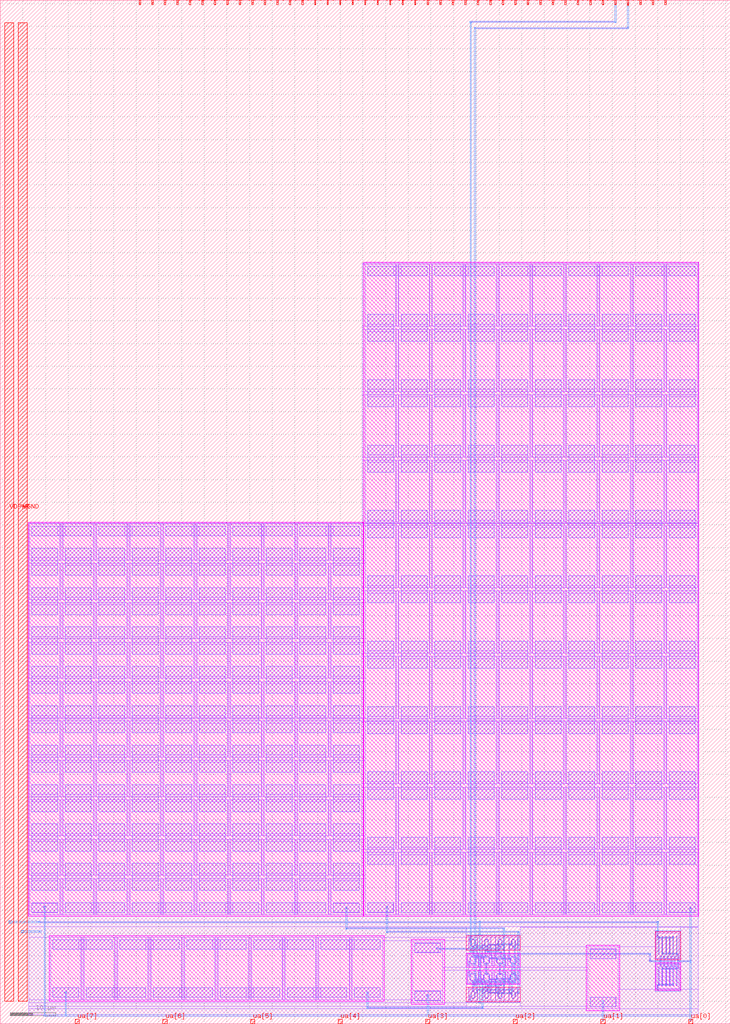
<source format=lef>
VERSION 5.7 ;
  NOWIREEXTENSIONATPIN ON ;
  DIVIDERCHAR "/" ;
  BUSBITCHARS "[]" ;
MACRO tt_um_alexandercoabad_mixedsignal
  CLASS BLOCK ;
  FOREIGN tt_um_alexandercoabad_mixedsignal ;
  ORIGIN 0.000 0.000 ;
  SIZE 161.000 BY 225.760 ;
  PIN clk
    DIRECTION INPUT ;
    USE SIGNAL ;
    PORT
      LAYER met4 ;
        RECT 143.830 224.760 144.130 225.760 ;
    END
  END clk
  PIN ena
    DIRECTION INPUT ;
    USE SIGNAL ;
    PORT
      LAYER met4 ;
        RECT 146.590 224.760 146.890 225.760 ;
    END
  END ena
  PIN rst_n
    DIRECTION INPUT ;
    USE SIGNAL ;
    PORT
      LAYER met4 ;
        RECT 141.070 224.760 141.370 225.760 ;
    END
  END rst_n
  PIN ua[0]
    DIRECTION INOUT ;
    USE SIGNAL ;
    ANTENNADIFFAREA 6.960000 ;
    PORT
      LAYER met4 ;
        RECT 151.810 0.000 152.710 1.000 ;
    END
  END ua[0]
  PIN ua[1]
    DIRECTION INOUT ;
    USE SIGNAL ;
    PORT
      LAYER met4 ;
        RECT 132.490 0.000 133.390 1.000 ;
    END
  END ua[1]
  PIN ua[2]
    DIRECTION INOUT ;
    USE SIGNAL ;
    PORT
      LAYER met4 ;
        RECT 113.170 0.000 114.070 1.000 ;
    END
  END ua[2]
  PIN ua[3]
    DIRECTION INOUT ;
    USE SIGNAL ;
    PORT
      LAYER met4 ;
        RECT 93.850 0.000 94.750 1.000 ;
    END
  END ua[3]
  PIN ua[4]
    DIRECTION INOUT ;
    USE SIGNAL ;
    PORT
      LAYER met4 ;
        RECT 74.530 0.000 75.430 1.000 ;
    END
  END ua[4]
  PIN ua[5]
    DIRECTION INOUT ;
    USE SIGNAL ;
    PORT
      LAYER met4 ;
        RECT 55.210 0.000 56.110 1.000 ;
    END
  END ua[5]
  PIN ua[6]
    DIRECTION INOUT ;
    USE SIGNAL ;
    PORT
      LAYER met4 ;
        RECT 35.890 0.000 36.790 1.000 ;
    END
  END ua[6]
  PIN ua[7]
    DIRECTION INOUT ;
    USE SIGNAL ;
    PORT
      LAYER met4 ;
        RECT 16.570 0.000 17.470 1.000 ;
    END
  END ua[7]
  PIN ui_in[0]
    DIRECTION INPUT ;
    USE SIGNAL ;
    ANTENNAGATEAREA 3.000000 ;
    PORT
      LAYER met4 ;
        RECT 138.310 224.760 138.610 225.760 ;
    END
  END ui_in[0]
  PIN ui_in[1]
    DIRECTION INPUT ;
    USE SIGNAL ;
    ANTENNAGATEAREA 4.500000 ;
    PORT
      LAYER met4 ;
        RECT 135.550 224.760 135.850 225.760 ;
    END
  END ui_in[1]
  PIN ui_in[2]
    DIRECTION INPUT ;
    USE SIGNAL ;
    PORT
      LAYER met4 ;
        RECT 132.790 224.760 133.090 225.760 ;
    END
  END ui_in[2]
  PIN ui_in[3]
    DIRECTION INPUT ;
    USE SIGNAL ;
    PORT
      LAYER met4 ;
        RECT 130.030 224.760 130.330 225.760 ;
    END
  END ui_in[3]
  PIN ui_in[4]
    DIRECTION INPUT ;
    USE SIGNAL ;
    PORT
      LAYER met4 ;
        RECT 127.270 224.760 127.570 225.760 ;
    END
  END ui_in[4]
  PIN ui_in[5]
    DIRECTION INPUT ;
    USE SIGNAL ;
    PORT
      LAYER met4 ;
        RECT 124.510 224.760 124.810 225.760 ;
    END
  END ui_in[5]
  PIN ui_in[6]
    DIRECTION INPUT ;
    USE SIGNAL ;
    PORT
      LAYER met4 ;
        RECT 121.750 224.760 122.050 225.760 ;
    END
  END ui_in[6]
  PIN ui_in[7]
    DIRECTION INPUT ;
    USE SIGNAL ;
    PORT
      LAYER met4 ;
        RECT 118.990 224.760 119.290 225.760 ;
    END
  END ui_in[7]
  PIN uio_in[0]
    DIRECTION INPUT ;
    USE SIGNAL ;
    PORT
      LAYER met4 ;
        RECT 116.230 224.760 116.530 225.760 ;
    END
  END uio_in[0]
  PIN uio_in[1]
    DIRECTION INPUT ;
    USE SIGNAL ;
    PORT
      LAYER met4 ;
        RECT 113.470 224.760 113.770 225.760 ;
    END
  END uio_in[1]
  PIN uio_in[2]
    DIRECTION INPUT ;
    USE SIGNAL ;
    PORT
      LAYER met4 ;
        RECT 110.710 224.760 111.010 225.760 ;
    END
  END uio_in[2]
  PIN uio_in[3]
    DIRECTION INPUT ;
    USE SIGNAL ;
    PORT
      LAYER met4 ;
        RECT 107.950 224.760 108.250 225.760 ;
    END
  END uio_in[3]
  PIN uio_in[4]
    DIRECTION INPUT ;
    USE SIGNAL ;
    PORT
      LAYER met4 ;
        RECT 105.190 224.760 105.490 225.760 ;
    END
  END uio_in[4]
  PIN uio_in[5]
    DIRECTION INPUT ;
    USE SIGNAL ;
    PORT
      LAYER met4 ;
        RECT 102.430 224.760 102.730 225.760 ;
    END
  END uio_in[5]
  PIN uio_in[6]
    DIRECTION INPUT ;
    USE SIGNAL ;
    PORT
      LAYER met4 ;
        RECT 99.670 224.760 99.970 225.760 ;
    END
  END uio_in[6]
  PIN uio_in[7]
    DIRECTION INPUT ;
    USE SIGNAL ;
    PORT
      LAYER met4 ;
        RECT 96.910 224.760 97.210 225.760 ;
    END
  END uio_in[7]
  PIN uio_oe[0]
    DIRECTION OUTPUT ;
    USE SIGNAL ;
    PORT
      LAYER met4 ;
        RECT 49.990 224.760 50.290 225.760 ;
    END
  END uio_oe[0]
  PIN uio_oe[1]
    DIRECTION OUTPUT ;
    USE SIGNAL ;
    PORT
      LAYER met4 ;
        RECT 47.230 224.760 47.530 225.760 ;
    END
  END uio_oe[1]
  PIN uio_oe[2]
    DIRECTION OUTPUT ;
    USE SIGNAL ;
    PORT
      LAYER met4 ;
        RECT 44.470 224.760 44.770 225.760 ;
    END
  END uio_oe[2]
  PIN uio_oe[3]
    DIRECTION OUTPUT ;
    USE SIGNAL ;
    PORT
      LAYER met4 ;
        RECT 41.710 224.760 42.010 225.760 ;
    END
  END uio_oe[3]
  PIN uio_oe[4]
    DIRECTION OUTPUT ;
    USE SIGNAL ;
    PORT
      LAYER met4 ;
        RECT 38.950 224.760 39.250 225.760 ;
    END
  END uio_oe[4]
  PIN uio_oe[5]
    DIRECTION OUTPUT ;
    USE SIGNAL ;
    PORT
      LAYER met4 ;
        RECT 36.190 224.760 36.490 225.760 ;
    END
  END uio_oe[5]
  PIN uio_oe[6]
    DIRECTION OUTPUT ;
    USE SIGNAL ;
    PORT
      LAYER met4 ;
        RECT 33.430 224.760 33.730 225.760 ;
    END
  END uio_oe[6]
  PIN uio_oe[7]
    DIRECTION OUTPUT ;
    USE SIGNAL ;
    PORT
      LAYER met4 ;
        RECT 30.670 224.760 30.970 225.760 ;
    END
  END uio_oe[7]
  PIN uio_out[0]
    DIRECTION OUTPUT ;
    USE SIGNAL ;
    PORT
      LAYER met4 ;
        RECT 72.070 224.760 72.370 225.760 ;
    END
  END uio_out[0]
  PIN uio_out[1]
    DIRECTION OUTPUT ;
    USE SIGNAL ;
    PORT
      LAYER met4 ;
        RECT 69.310 224.760 69.610 225.760 ;
    END
  END uio_out[1]
  PIN uio_out[2]
    DIRECTION OUTPUT ;
    USE SIGNAL ;
    PORT
      LAYER met4 ;
        RECT 66.550 224.760 66.850 225.760 ;
    END
  END uio_out[2]
  PIN uio_out[3]
    DIRECTION OUTPUT ;
    USE SIGNAL ;
    PORT
      LAYER met4 ;
        RECT 63.790 224.760 64.090 225.760 ;
    END
  END uio_out[3]
  PIN uio_out[4]
    DIRECTION OUTPUT ;
    USE SIGNAL ;
    PORT
      LAYER met4 ;
        RECT 61.030 224.760 61.330 225.760 ;
    END
  END uio_out[4]
  PIN uio_out[5]
    DIRECTION OUTPUT ;
    USE SIGNAL ;
    PORT
      LAYER met4 ;
        RECT 58.270 224.760 58.570 225.760 ;
    END
  END uio_out[5]
  PIN uio_out[6]
    DIRECTION OUTPUT ;
    USE SIGNAL ;
    PORT
      LAYER met4 ;
        RECT 55.510 224.760 55.810 225.760 ;
    END
  END uio_out[6]
  PIN uio_out[7]
    DIRECTION OUTPUT ;
    USE SIGNAL ;
    PORT
      LAYER met4 ;
        RECT 52.750 224.760 53.050 225.760 ;
    END
  END uio_out[7]
  PIN uo_out[0]
    DIRECTION OUTPUT ;
    USE SIGNAL ;
    PORT
      LAYER met4 ;
        RECT 94.150 224.760 94.450 225.760 ;
    END
  END uo_out[0]
  PIN uo_out[1]
    DIRECTION OUTPUT ;
    USE SIGNAL ;
    PORT
      LAYER met4 ;
        RECT 91.390 224.760 91.690 225.760 ;
    END
  END uo_out[1]
  PIN uo_out[2]
    DIRECTION OUTPUT ;
    USE SIGNAL ;
    PORT
      LAYER met4 ;
        RECT 88.630 224.760 88.930 225.760 ;
    END
  END uo_out[2]
  PIN uo_out[3]
    DIRECTION OUTPUT ;
    USE SIGNAL ;
    PORT
      LAYER met4 ;
        RECT 85.870 224.760 86.170 225.760 ;
    END
  END uo_out[3]
  PIN uo_out[4]
    DIRECTION OUTPUT ;
    USE SIGNAL ;
    PORT
      LAYER met4 ;
        RECT 83.110 224.760 83.410 225.760 ;
    END
  END uo_out[4]
  PIN uo_out[5]
    DIRECTION OUTPUT ;
    USE SIGNAL ;
    PORT
      LAYER met4 ;
        RECT 80.350 224.760 80.650 225.760 ;
    END
  END uo_out[5]
  PIN uo_out[6]
    DIRECTION OUTPUT ;
    USE SIGNAL ;
    PORT
      LAYER met4 ;
        RECT 77.590 224.760 77.890 225.760 ;
    END
  END uo_out[6]
  PIN uo_out[7]
    DIRECTION OUTPUT ;
    USE SIGNAL ;
    PORT
      LAYER met4 ;
        RECT 74.830 224.760 75.130 225.760 ;
    END
  END uo_out[7]
  PIN VDPWR
    DIRECTION INOUT ;
    USE POWER ;
    PORT
      LAYER met4 ;
        RECT 1.000 5.000 3.000 220.760 ;
    END
  END VDPWR
  PIN VGND
    DIRECTION INOUT ;
    USE GROUND ;
    PORT
      LAYER met4 ;
        RECT 4.000 5.000 6.000 220.760 ;
    END
  END VGND
  OBS
      LAYER pwell ;
        RECT 6.130 23.690 80.030 110.590 ;
        RECT 80.180 23.705 154.080 167.905 ;
        RECT 10.760 4.980 84.660 19.400 ;
        RECT 90.605 4.255 97.995 18.675 ;
      LAYER nwell ;
        RECT 102.795 16.260 114.635 19.450 ;
      LAYER pwell ;
        RECT 102.795 12.475 114.635 15.575 ;
        RECT 102.795 8.685 114.635 11.785 ;
      LAYER nwell ;
        RECT 102.795 4.810 114.635 8.000 ;
      LAYER pwell ;
        RECT 129.245 2.905 136.635 17.325 ;
      LAYER nwell ;
        RECT 144.420 14.130 150.040 20.320 ;
      LAYER pwell ;
        RECT 144.420 7.345 150.040 13.445 ;
      LAYER li1 ;
        RECT 79.850 167.555 153.900 167.725 ;
        RECT 79.850 153.835 80.530 167.555 ;
        RECT 81.010 164.915 86.740 167.075 ;
        RECT 81.010 154.315 86.740 156.475 ;
        RECT 87.220 153.835 87.390 167.555 ;
        RECT 87.750 153.835 87.920 167.555 ;
        RECT 88.400 164.915 94.130 167.075 ;
        RECT 88.400 154.315 94.130 156.475 ;
        RECT 94.610 153.835 94.780 167.555 ;
        RECT 95.140 153.835 95.310 167.555 ;
        RECT 95.790 164.915 101.520 167.075 ;
        RECT 95.790 154.315 101.520 156.475 ;
        RECT 102.000 153.835 102.170 167.555 ;
        RECT 102.530 153.835 102.700 167.555 ;
        RECT 103.180 164.915 108.910 167.075 ;
        RECT 103.180 154.315 108.910 156.475 ;
        RECT 109.390 153.835 109.560 167.555 ;
        RECT 109.920 153.835 110.090 167.555 ;
        RECT 110.570 164.915 116.300 167.075 ;
        RECT 110.570 154.315 116.300 156.475 ;
        RECT 116.780 153.835 116.950 167.555 ;
        RECT 117.310 153.835 117.480 167.555 ;
        RECT 117.960 164.915 123.690 167.075 ;
        RECT 117.960 154.315 123.690 156.475 ;
        RECT 124.170 153.835 124.340 167.555 ;
        RECT 124.700 153.835 124.870 167.555 ;
        RECT 125.350 164.915 131.080 167.075 ;
        RECT 125.350 154.315 131.080 156.475 ;
        RECT 131.560 153.835 131.730 167.555 ;
        RECT 132.090 153.835 132.260 167.555 ;
        RECT 132.740 164.915 138.470 167.075 ;
        RECT 132.740 154.315 138.470 156.475 ;
        RECT 138.950 153.835 139.120 167.555 ;
        RECT 139.480 153.835 139.650 167.555 ;
        RECT 140.130 164.915 145.860 167.075 ;
        RECT 140.130 154.315 145.860 156.475 ;
        RECT 146.340 153.835 146.510 167.555 ;
        RECT 146.870 153.835 147.040 167.555 ;
        RECT 147.520 164.915 153.250 167.075 ;
        RECT 147.520 154.315 153.250 156.475 ;
        RECT 153.730 153.835 153.900 167.555 ;
        RECT 79.850 153.135 153.900 153.835 ;
        RECT 79.850 139.415 80.530 153.135 ;
        RECT 81.010 150.495 86.740 152.655 ;
        RECT 81.010 139.895 86.740 142.055 ;
        RECT 87.220 139.415 87.390 153.135 ;
        RECT 87.750 139.415 87.920 153.135 ;
        RECT 88.400 150.495 94.130 152.655 ;
        RECT 88.400 139.895 94.130 142.055 ;
        RECT 94.610 139.415 94.780 153.135 ;
        RECT 95.140 139.415 95.310 153.135 ;
        RECT 95.790 150.495 101.520 152.655 ;
        RECT 95.790 139.895 101.520 142.055 ;
        RECT 102.000 139.415 102.170 153.135 ;
        RECT 102.530 139.415 102.700 153.135 ;
        RECT 103.180 150.495 108.910 152.655 ;
        RECT 103.180 139.895 108.910 142.055 ;
        RECT 109.390 139.415 109.560 153.135 ;
        RECT 109.920 139.415 110.090 153.135 ;
        RECT 110.570 150.495 116.300 152.655 ;
        RECT 110.570 139.895 116.300 142.055 ;
        RECT 116.780 139.415 116.950 153.135 ;
        RECT 117.310 139.415 117.480 153.135 ;
        RECT 117.960 150.495 123.690 152.655 ;
        RECT 117.960 139.895 123.690 142.055 ;
        RECT 124.170 139.415 124.340 153.135 ;
        RECT 124.700 139.415 124.870 153.135 ;
        RECT 125.350 150.495 131.080 152.655 ;
        RECT 125.350 139.895 131.080 142.055 ;
        RECT 131.560 139.415 131.730 153.135 ;
        RECT 132.090 139.415 132.260 153.135 ;
        RECT 132.740 150.495 138.470 152.655 ;
        RECT 132.740 139.895 138.470 142.055 ;
        RECT 138.950 139.415 139.120 153.135 ;
        RECT 139.480 139.415 139.650 153.135 ;
        RECT 140.130 150.495 145.860 152.655 ;
        RECT 140.130 139.895 145.860 142.055 ;
        RECT 146.340 139.415 146.510 153.135 ;
        RECT 146.870 139.415 147.040 153.135 ;
        RECT 147.520 150.495 153.250 152.655 ;
        RECT 147.520 139.895 153.250 142.055 ;
        RECT 153.730 139.415 153.900 153.135 ;
        RECT 79.850 138.715 153.900 139.415 ;
        RECT 79.850 124.995 80.530 138.715 ;
        RECT 81.010 136.075 86.740 138.235 ;
        RECT 81.010 125.475 86.740 127.635 ;
        RECT 87.220 124.995 87.390 138.715 ;
        RECT 87.750 124.995 87.920 138.715 ;
        RECT 88.400 136.075 94.130 138.235 ;
        RECT 88.400 125.475 94.130 127.635 ;
        RECT 94.610 124.995 94.780 138.715 ;
        RECT 95.140 124.995 95.310 138.715 ;
        RECT 95.790 136.075 101.520 138.235 ;
        RECT 95.790 125.475 101.520 127.635 ;
        RECT 102.000 124.995 102.170 138.715 ;
        RECT 102.530 124.995 102.700 138.715 ;
        RECT 103.180 136.075 108.910 138.235 ;
        RECT 103.180 125.475 108.910 127.635 ;
        RECT 109.390 124.995 109.560 138.715 ;
        RECT 109.920 124.995 110.090 138.715 ;
        RECT 110.570 136.075 116.300 138.235 ;
        RECT 110.570 125.475 116.300 127.635 ;
        RECT 116.780 124.995 116.950 138.715 ;
        RECT 117.310 124.995 117.480 138.715 ;
        RECT 117.960 136.075 123.690 138.235 ;
        RECT 117.960 125.475 123.690 127.635 ;
        RECT 124.170 124.995 124.340 138.715 ;
        RECT 124.700 124.995 124.870 138.715 ;
        RECT 125.350 136.075 131.080 138.235 ;
        RECT 125.350 125.475 131.080 127.635 ;
        RECT 131.560 124.995 131.730 138.715 ;
        RECT 132.090 124.995 132.260 138.715 ;
        RECT 132.740 136.075 138.470 138.235 ;
        RECT 132.740 125.475 138.470 127.635 ;
        RECT 138.950 124.995 139.120 138.715 ;
        RECT 139.480 124.995 139.650 138.715 ;
        RECT 140.130 136.075 145.860 138.235 ;
        RECT 140.130 125.475 145.860 127.635 ;
        RECT 146.340 124.995 146.510 138.715 ;
        RECT 146.870 124.995 147.040 138.715 ;
        RECT 147.520 136.075 153.250 138.235 ;
        RECT 147.520 125.475 153.250 127.635 ;
        RECT 153.730 124.995 153.900 138.715 ;
        RECT 79.850 124.295 153.900 124.995 ;
        RECT 79.850 110.575 80.530 124.295 ;
        RECT 81.010 121.655 86.740 123.815 ;
        RECT 81.010 111.055 86.740 113.215 ;
        RECT 87.220 110.575 87.390 124.295 ;
        RECT 87.750 110.575 87.920 124.295 ;
        RECT 88.400 121.655 94.130 123.815 ;
        RECT 88.400 111.055 94.130 113.215 ;
        RECT 94.610 110.575 94.780 124.295 ;
        RECT 95.140 110.575 95.310 124.295 ;
        RECT 95.790 121.655 101.520 123.815 ;
        RECT 95.790 111.055 101.520 113.215 ;
        RECT 102.000 110.575 102.170 124.295 ;
        RECT 102.530 110.575 102.700 124.295 ;
        RECT 103.180 121.655 108.910 123.815 ;
        RECT 103.180 111.055 108.910 113.215 ;
        RECT 109.390 110.575 109.560 124.295 ;
        RECT 109.920 110.575 110.090 124.295 ;
        RECT 110.570 121.655 116.300 123.815 ;
        RECT 110.570 111.055 116.300 113.215 ;
        RECT 116.780 110.575 116.950 124.295 ;
        RECT 117.310 110.575 117.480 124.295 ;
        RECT 117.960 121.655 123.690 123.815 ;
        RECT 117.960 111.055 123.690 113.215 ;
        RECT 124.170 110.575 124.340 124.295 ;
        RECT 124.700 110.575 124.870 124.295 ;
        RECT 125.350 121.655 131.080 123.815 ;
        RECT 125.350 111.055 131.080 113.215 ;
        RECT 131.560 110.575 131.730 124.295 ;
        RECT 132.090 110.575 132.260 124.295 ;
        RECT 132.740 121.655 138.470 123.815 ;
        RECT 132.740 111.055 138.470 113.215 ;
        RECT 138.950 110.575 139.120 124.295 ;
        RECT 139.480 110.575 139.650 124.295 ;
        RECT 140.130 121.655 145.860 123.815 ;
        RECT 140.130 111.055 145.860 113.215 ;
        RECT 146.340 110.575 146.510 124.295 ;
        RECT 146.870 110.575 147.040 124.295 ;
        RECT 147.520 121.655 153.250 123.815 ;
        RECT 147.520 111.055 153.250 113.215 ;
        RECT 153.730 110.575 153.900 124.295 ;
        RECT 79.850 110.410 153.900 110.575 ;
        RECT 6.310 110.240 153.900 110.410 ;
        RECT 6.310 102.250 6.480 110.240 ;
        RECT 6.960 107.600 12.690 109.760 ;
        RECT 6.960 102.730 12.690 104.890 ;
        RECT 13.170 102.250 13.340 110.240 ;
        RECT 13.700 102.250 13.870 110.240 ;
        RECT 14.350 107.600 20.080 109.760 ;
        RECT 14.350 102.730 20.080 104.890 ;
        RECT 20.560 102.250 20.730 110.240 ;
        RECT 21.090 102.250 21.260 110.240 ;
        RECT 21.740 107.600 27.470 109.760 ;
        RECT 21.740 102.730 27.470 104.890 ;
        RECT 27.950 102.250 28.120 110.240 ;
        RECT 28.480 102.250 28.650 110.240 ;
        RECT 29.130 107.600 34.860 109.760 ;
        RECT 29.130 102.730 34.860 104.890 ;
        RECT 35.340 102.250 35.510 110.240 ;
        RECT 35.870 102.250 36.040 110.240 ;
        RECT 36.520 107.600 42.250 109.760 ;
        RECT 36.520 102.730 42.250 104.890 ;
        RECT 42.730 102.250 42.900 110.240 ;
        RECT 43.260 102.250 43.430 110.240 ;
        RECT 43.910 107.600 49.640 109.760 ;
        RECT 43.910 102.730 49.640 104.890 ;
        RECT 50.120 102.250 50.290 110.240 ;
        RECT 50.650 102.250 50.820 110.240 ;
        RECT 51.300 107.600 57.030 109.760 ;
        RECT 51.300 102.730 57.030 104.890 ;
        RECT 57.510 102.250 57.680 110.240 ;
        RECT 58.040 102.250 58.210 110.240 ;
        RECT 58.690 107.600 64.420 109.760 ;
        RECT 58.690 102.730 64.420 104.890 ;
        RECT 64.900 102.250 65.070 110.240 ;
        RECT 65.430 102.250 65.600 110.240 ;
        RECT 66.080 107.600 71.810 109.760 ;
        RECT 66.080 102.730 71.810 104.890 ;
        RECT 72.290 102.250 72.460 110.240 ;
        RECT 72.820 102.250 72.990 110.240 ;
        RECT 79.680 109.875 153.900 110.240 ;
        RECT 73.470 107.600 79.200 109.760 ;
        RECT 73.470 102.730 79.200 104.890 ;
        RECT 79.680 102.250 80.530 109.875 ;
        RECT 81.010 107.235 86.740 109.395 ;
        RECT 6.310 101.550 80.530 102.250 ;
        RECT 6.310 93.560 6.480 101.550 ;
        RECT 6.960 98.910 12.690 101.070 ;
        RECT 6.960 94.040 12.690 96.200 ;
        RECT 13.170 93.560 13.340 101.550 ;
        RECT 13.700 93.560 13.870 101.550 ;
        RECT 14.350 98.910 20.080 101.070 ;
        RECT 14.350 94.040 20.080 96.200 ;
        RECT 20.560 93.560 20.730 101.550 ;
        RECT 21.090 93.560 21.260 101.550 ;
        RECT 21.740 98.910 27.470 101.070 ;
        RECT 21.740 94.040 27.470 96.200 ;
        RECT 27.950 93.560 28.120 101.550 ;
        RECT 28.480 93.560 28.650 101.550 ;
        RECT 29.130 98.910 34.860 101.070 ;
        RECT 29.130 94.040 34.860 96.200 ;
        RECT 35.340 93.560 35.510 101.550 ;
        RECT 35.870 93.560 36.040 101.550 ;
        RECT 36.520 98.910 42.250 101.070 ;
        RECT 36.520 94.040 42.250 96.200 ;
        RECT 42.730 93.560 42.900 101.550 ;
        RECT 43.260 93.560 43.430 101.550 ;
        RECT 43.910 98.910 49.640 101.070 ;
        RECT 43.910 94.040 49.640 96.200 ;
        RECT 50.120 93.560 50.290 101.550 ;
        RECT 50.650 93.560 50.820 101.550 ;
        RECT 51.300 98.910 57.030 101.070 ;
        RECT 51.300 94.040 57.030 96.200 ;
        RECT 57.510 93.560 57.680 101.550 ;
        RECT 58.040 93.560 58.210 101.550 ;
        RECT 58.690 98.910 64.420 101.070 ;
        RECT 58.690 94.040 64.420 96.200 ;
        RECT 64.900 93.560 65.070 101.550 ;
        RECT 65.430 93.560 65.600 101.550 ;
        RECT 66.080 98.910 71.810 101.070 ;
        RECT 66.080 94.040 71.810 96.200 ;
        RECT 72.290 93.560 72.460 101.550 ;
        RECT 72.820 93.560 72.990 101.550 ;
        RECT 73.470 98.910 79.200 101.070 ;
        RECT 73.470 94.040 79.200 96.200 ;
        RECT 79.680 96.155 80.530 101.550 ;
        RECT 81.010 96.635 86.740 98.795 ;
        RECT 87.220 96.155 87.390 109.875 ;
        RECT 87.750 96.155 87.920 109.875 ;
        RECT 88.400 107.235 94.130 109.395 ;
        RECT 88.400 96.635 94.130 98.795 ;
        RECT 94.610 96.155 94.780 109.875 ;
        RECT 95.140 96.155 95.310 109.875 ;
        RECT 95.790 107.235 101.520 109.395 ;
        RECT 95.790 96.635 101.520 98.795 ;
        RECT 102.000 96.155 102.170 109.875 ;
        RECT 102.530 96.155 102.700 109.875 ;
        RECT 103.180 107.235 108.910 109.395 ;
        RECT 103.180 96.635 108.910 98.795 ;
        RECT 109.390 96.155 109.560 109.875 ;
        RECT 109.920 96.155 110.090 109.875 ;
        RECT 110.570 107.235 116.300 109.395 ;
        RECT 110.570 96.635 116.300 98.795 ;
        RECT 116.780 96.155 116.950 109.875 ;
        RECT 117.310 96.155 117.480 109.875 ;
        RECT 117.960 107.235 123.690 109.395 ;
        RECT 117.960 96.635 123.690 98.795 ;
        RECT 124.170 96.155 124.340 109.875 ;
        RECT 124.700 96.155 124.870 109.875 ;
        RECT 125.350 107.235 131.080 109.395 ;
        RECT 125.350 96.635 131.080 98.795 ;
        RECT 131.560 96.155 131.730 109.875 ;
        RECT 132.090 96.155 132.260 109.875 ;
        RECT 132.740 107.235 138.470 109.395 ;
        RECT 132.740 96.635 138.470 98.795 ;
        RECT 138.950 96.155 139.120 109.875 ;
        RECT 139.480 96.155 139.650 109.875 ;
        RECT 140.130 107.235 145.860 109.395 ;
        RECT 140.130 96.635 145.860 98.795 ;
        RECT 146.340 96.155 146.510 109.875 ;
        RECT 146.870 96.155 147.040 109.875 ;
        RECT 147.520 107.235 153.250 109.395 ;
        RECT 147.520 96.635 153.250 98.795 ;
        RECT 153.730 96.155 153.900 109.875 ;
        RECT 79.680 95.455 153.900 96.155 ;
        RECT 79.680 93.560 80.530 95.455 ;
        RECT 6.310 92.860 80.530 93.560 ;
        RECT 6.310 84.870 6.480 92.860 ;
        RECT 6.960 90.220 12.690 92.380 ;
        RECT 6.960 85.350 12.690 87.510 ;
        RECT 13.170 84.870 13.340 92.860 ;
        RECT 13.700 84.870 13.870 92.860 ;
        RECT 14.350 90.220 20.080 92.380 ;
        RECT 14.350 85.350 20.080 87.510 ;
        RECT 20.560 84.870 20.730 92.860 ;
        RECT 21.090 84.870 21.260 92.860 ;
        RECT 21.740 90.220 27.470 92.380 ;
        RECT 21.740 85.350 27.470 87.510 ;
        RECT 27.950 84.870 28.120 92.860 ;
        RECT 28.480 84.870 28.650 92.860 ;
        RECT 29.130 90.220 34.860 92.380 ;
        RECT 29.130 85.350 34.860 87.510 ;
        RECT 35.340 84.870 35.510 92.860 ;
        RECT 35.870 84.870 36.040 92.860 ;
        RECT 36.520 90.220 42.250 92.380 ;
        RECT 36.520 85.350 42.250 87.510 ;
        RECT 42.730 84.870 42.900 92.860 ;
        RECT 43.260 84.870 43.430 92.860 ;
        RECT 43.910 90.220 49.640 92.380 ;
        RECT 43.910 85.350 49.640 87.510 ;
        RECT 50.120 84.870 50.290 92.860 ;
        RECT 50.650 84.870 50.820 92.860 ;
        RECT 51.300 90.220 57.030 92.380 ;
        RECT 51.300 85.350 57.030 87.510 ;
        RECT 57.510 84.870 57.680 92.860 ;
        RECT 58.040 84.870 58.210 92.860 ;
        RECT 58.690 90.220 64.420 92.380 ;
        RECT 58.690 85.350 64.420 87.510 ;
        RECT 64.900 84.870 65.070 92.860 ;
        RECT 65.430 84.870 65.600 92.860 ;
        RECT 66.080 90.220 71.810 92.380 ;
        RECT 66.080 85.350 71.810 87.510 ;
        RECT 72.290 84.870 72.460 92.860 ;
        RECT 72.820 84.870 72.990 92.860 ;
        RECT 73.470 90.220 79.200 92.380 ;
        RECT 73.470 85.350 79.200 87.510 ;
        RECT 79.680 84.870 80.530 92.860 ;
        RECT 81.010 92.815 86.740 94.975 ;
        RECT 6.310 84.170 80.530 84.870 ;
        RECT 6.310 76.180 6.480 84.170 ;
        RECT 6.960 81.530 12.690 83.690 ;
        RECT 6.960 76.660 12.690 78.820 ;
        RECT 13.170 76.180 13.340 84.170 ;
        RECT 13.700 76.180 13.870 84.170 ;
        RECT 14.350 81.530 20.080 83.690 ;
        RECT 14.350 76.660 20.080 78.820 ;
        RECT 20.560 76.180 20.730 84.170 ;
        RECT 21.090 76.180 21.260 84.170 ;
        RECT 21.740 81.530 27.470 83.690 ;
        RECT 21.740 76.660 27.470 78.820 ;
        RECT 27.950 76.180 28.120 84.170 ;
        RECT 28.480 76.180 28.650 84.170 ;
        RECT 29.130 81.530 34.860 83.690 ;
        RECT 29.130 76.660 34.860 78.820 ;
        RECT 35.340 76.180 35.510 84.170 ;
        RECT 35.870 76.180 36.040 84.170 ;
        RECT 36.520 81.530 42.250 83.690 ;
        RECT 36.520 76.660 42.250 78.820 ;
        RECT 42.730 76.180 42.900 84.170 ;
        RECT 43.260 76.180 43.430 84.170 ;
        RECT 43.910 81.530 49.640 83.690 ;
        RECT 43.910 76.660 49.640 78.820 ;
        RECT 50.120 76.180 50.290 84.170 ;
        RECT 50.650 76.180 50.820 84.170 ;
        RECT 51.300 81.530 57.030 83.690 ;
        RECT 51.300 76.660 57.030 78.820 ;
        RECT 57.510 76.180 57.680 84.170 ;
        RECT 58.040 76.180 58.210 84.170 ;
        RECT 58.690 81.530 64.420 83.690 ;
        RECT 58.690 76.660 64.420 78.820 ;
        RECT 64.900 76.180 65.070 84.170 ;
        RECT 65.430 76.180 65.600 84.170 ;
        RECT 66.080 81.530 71.810 83.690 ;
        RECT 66.080 76.660 71.810 78.820 ;
        RECT 72.290 76.180 72.460 84.170 ;
        RECT 72.820 76.180 72.990 84.170 ;
        RECT 73.470 81.530 79.200 83.690 ;
        RECT 79.680 81.735 80.530 84.170 ;
        RECT 81.010 82.215 86.740 84.375 ;
        RECT 87.220 81.735 87.390 95.455 ;
        RECT 87.750 81.735 87.920 95.455 ;
        RECT 88.400 92.815 94.130 94.975 ;
        RECT 88.400 82.215 94.130 84.375 ;
        RECT 94.610 81.735 94.780 95.455 ;
        RECT 95.140 81.735 95.310 95.455 ;
        RECT 95.790 92.815 101.520 94.975 ;
        RECT 95.790 82.215 101.520 84.375 ;
        RECT 102.000 81.735 102.170 95.455 ;
        RECT 102.530 81.735 102.700 95.455 ;
        RECT 103.180 92.815 108.910 94.975 ;
        RECT 103.180 82.215 108.910 84.375 ;
        RECT 109.390 81.735 109.560 95.455 ;
        RECT 109.920 81.735 110.090 95.455 ;
        RECT 110.570 92.815 116.300 94.975 ;
        RECT 110.570 82.215 116.300 84.375 ;
        RECT 116.780 81.735 116.950 95.455 ;
        RECT 117.310 81.735 117.480 95.455 ;
        RECT 117.960 92.815 123.690 94.975 ;
        RECT 117.960 82.215 123.690 84.375 ;
        RECT 124.170 81.735 124.340 95.455 ;
        RECT 124.700 81.735 124.870 95.455 ;
        RECT 125.350 92.815 131.080 94.975 ;
        RECT 125.350 82.215 131.080 84.375 ;
        RECT 131.560 81.735 131.730 95.455 ;
        RECT 132.090 81.735 132.260 95.455 ;
        RECT 132.740 92.815 138.470 94.975 ;
        RECT 132.740 82.215 138.470 84.375 ;
        RECT 138.950 81.735 139.120 95.455 ;
        RECT 139.480 81.735 139.650 95.455 ;
        RECT 140.130 92.815 145.860 94.975 ;
        RECT 140.130 82.215 145.860 84.375 ;
        RECT 146.340 81.735 146.510 95.455 ;
        RECT 146.870 81.735 147.040 95.455 ;
        RECT 147.520 92.815 153.250 94.975 ;
        RECT 147.520 82.215 153.250 84.375 ;
        RECT 153.730 81.735 153.900 95.455 ;
        RECT 79.680 81.035 153.900 81.735 ;
        RECT 73.470 76.660 79.200 78.820 ;
        RECT 79.680 76.180 80.530 81.035 ;
        RECT 81.010 78.395 86.740 80.555 ;
        RECT 6.310 75.480 80.530 76.180 ;
        RECT 6.310 67.490 6.480 75.480 ;
        RECT 6.960 72.840 12.690 75.000 ;
        RECT 6.960 67.970 12.690 70.130 ;
        RECT 13.170 67.490 13.340 75.480 ;
        RECT 13.700 67.490 13.870 75.480 ;
        RECT 14.350 72.840 20.080 75.000 ;
        RECT 14.350 67.970 20.080 70.130 ;
        RECT 20.560 67.490 20.730 75.480 ;
        RECT 21.090 67.490 21.260 75.480 ;
        RECT 21.740 72.840 27.470 75.000 ;
        RECT 21.740 67.970 27.470 70.130 ;
        RECT 27.950 67.490 28.120 75.480 ;
        RECT 28.480 67.490 28.650 75.480 ;
        RECT 29.130 72.840 34.860 75.000 ;
        RECT 29.130 67.970 34.860 70.130 ;
        RECT 35.340 67.490 35.510 75.480 ;
        RECT 35.870 67.490 36.040 75.480 ;
        RECT 36.520 72.840 42.250 75.000 ;
        RECT 36.520 67.970 42.250 70.130 ;
        RECT 42.730 67.490 42.900 75.480 ;
        RECT 43.260 67.490 43.430 75.480 ;
        RECT 43.910 72.840 49.640 75.000 ;
        RECT 43.910 67.970 49.640 70.130 ;
        RECT 50.120 67.490 50.290 75.480 ;
        RECT 50.650 67.490 50.820 75.480 ;
        RECT 51.300 72.840 57.030 75.000 ;
        RECT 51.300 67.970 57.030 70.130 ;
        RECT 57.510 67.490 57.680 75.480 ;
        RECT 58.040 67.490 58.210 75.480 ;
        RECT 58.690 72.840 64.420 75.000 ;
        RECT 58.690 67.970 64.420 70.130 ;
        RECT 64.900 67.490 65.070 75.480 ;
        RECT 65.430 67.490 65.600 75.480 ;
        RECT 66.080 72.840 71.810 75.000 ;
        RECT 66.080 67.970 71.810 70.130 ;
        RECT 72.290 67.490 72.460 75.480 ;
        RECT 72.820 67.490 72.990 75.480 ;
        RECT 73.470 72.840 79.200 75.000 ;
        RECT 73.470 67.970 79.200 70.130 ;
        RECT 79.680 67.490 80.530 75.480 ;
        RECT 81.010 67.795 86.740 69.955 ;
        RECT 6.310 67.315 80.530 67.490 ;
        RECT 87.220 67.315 87.390 81.035 ;
        RECT 87.750 67.315 87.920 81.035 ;
        RECT 88.400 78.395 94.130 80.555 ;
        RECT 88.400 67.795 94.130 69.955 ;
        RECT 94.610 67.315 94.780 81.035 ;
        RECT 95.140 67.315 95.310 81.035 ;
        RECT 95.790 78.395 101.520 80.555 ;
        RECT 95.790 67.795 101.520 69.955 ;
        RECT 102.000 67.315 102.170 81.035 ;
        RECT 102.530 67.315 102.700 81.035 ;
        RECT 103.180 78.395 108.910 80.555 ;
        RECT 103.180 67.795 108.910 69.955 ;
        RECT 109.390 67.315 109.560 81.035 ;
        RECT 109.920 67.315 110.090 81.035 ;
        RECT 110.570 78.395 116.300 80.555 ;
        RECT 110.570 67.795 116.300 69.955 ;
        RECT 116.780 67.315 116.950 81.035 ;
        RECT 117.310 67.315 117.480 81.035 ;
        RECT 117.960 78.395 123.690 80.555 ;
        RECT 117.960 67.795 123.690 69.955 ;
        RECT 124.170 67.315 124.340 81.035 ;
        RECT 124.700 67.315 124.870 81.035 ;
        RECT 125.350 78.395 131.080 80.555 ;
        RECT 125.350 67.795 131.080 69.955 ;
        RECT 131.560 67.315 131.730 81.035 ;
        RECT 132.090 67.315 132.260 81.035 ;
        RECT 132.740 78.395 138.470 80.555 ;
        RECT 132.740 67.795 138.470 69.955 ;
        RECT 138.950 67.315 139.120 81.035 ;
        RECT 139.480 67.315 139.650 81.035 ;
        RECT 140.130 78.395 145.860 80.555 ;
        RECT 140.130 67.795 145.860 69.955 ;
        RECT 146.340 67.315 146.510 81.035 ;
        RECT 146.870 67.315 147.040 81.035 ;
        RECT 147.520 78.395 153.250 80.555 ;
        RECT 147.520 67.795 153.250 69.955 ;
        RECT 153.730 67.315 153.900 81.035 ;
        RECT 6.310 66.790 153.900 67.315 ;
        RECT 6.310 58.800 6.480 66.790 ;
        RECT 6.960 64.150 12.690 66.310 ;
        RECT 6.960 59.280 12.690 61.440 ;
        RECT 13.170 58.800 13.340 66.790 ;
        RECT 13.700 58.800 13.870 66.790 ;
        RECT 14.350 64.150 20.080 66.310 ;
        RECT 14.350 59.280 20.080 61.440 ;
        RECT 20.560 58.800 20.730 66.790 ;
        RECT 21.090 58.800 21.260 66.790 ;
        RECT 21.740 64.150 27.470 66.310 ;
        RECT 21.740 59.280 27.470 61.440 ;
        RECT 27.950 58.800 28.120 66.790 ;
        RECT 28.480 58.800 28.650 66.790 ;
        RECT 29.130 64.150 34.860 66.310 ;
        RECT 29.130 59.280 34.860 61.440 ;
        RECT 35.340 58.800 35.510 66.790 ;
        RECT 35.870 58.800 36.040 66.790 ;
        RECT 36.520 64.150 42.250 66.310 ;
        RECT 36.520 59.280 42.250 61.440 ;
        RECT 42.730 58.800 42.900 66.790 ;
        RECT 43.260 58.800 43.430 66.790 ;
        RECT 43.910 64.150 49.640 66.310 ;
        RECT 43.910 59.280 49.640 61.440 ;
        RECT 50.120 58.800 50.290 66.790 ;
        RECT 50.650 58.800 50.820 66.790 ;
        RECT 51.300 64.150 57.030 66.310 ;
        RECT 51.300 59.280 57.030 61.440 ;
        RECT 57.510 58.800 57.680 66.790 ;
        RECT 58.040 58.800 58.210 66.790 ;
        RECT 58.690 64.150 64.420 66.310 ;
        RECT 58.690 59.280 64.420 61.440 ;
        RECT 64.900 58.800 65.070 66.790 ;
        RECT 65.430 58.800 65.600 66.790 ;
        RECT 66.080 64.150 71.810 66.310 ;
        RECT 66.080 59.280 71.810 61.440 ;
        RECT 72.290 58.800 72.460 66.790 ;
        RECT 72.820 58.800 72.990 66.790 ;
        RECT 79.680 66.615 153.900 66.790 ;
        RECT 73.470 64.150 79.200 66.310 ;
        RECT 73.470 59.280 79.200 61.440 ;
        RECT 79.680 58.800 80.530 66.615 ;
        RECT 81.010 63.975 86.740 66.135 ;
        RECT 6.310 58.100 80.530 58.800 ;
        RECT 6.310 50.110 6.480 58.100 ;
        RECT 6.960 55.460 12.690 57.620 ;
        RECT 6.960 50.590 12.690 52.750 ;
        RECT 13.170 50.110 13.340 58.100 ;
        RECT 13.700 50.110 13.870 58.100 ;
        RECT 14.350 55.460 20.080 57.620 ;
        RECT 14.350 50.590 20.080 52.750 ;
        RECT 20.560 50.110 20.730 58.100 ;
        RECT 21.090 50.110 21.260 58.100 ;
        RECT 21.740 55.460 27.470 57.620 ;
        RECT 21.740 50.590 27.470 52.750 ;
        RECT 27.950 50.110 28.120 58.100 ;
        RECT 28.480 50.110 28.650 58.100 ;
        RECT 29.130 55.460 34.860 57.620 ;
        RECT 29.130 50.590 34.860 52.750 ;
        RECT 35.340 50.110 35.510 58.100 ;
        RECT 35.870 50.110 36.040 58.100 ;
        RECT 36.520 55.460 42.250 57.620 ;
        RECT 36.520 50.590 42.250 52.750 ;
        RECT 42.730 50.110 42.900 58.100 ;
        RECT 43.260 50.110 43.430 58.100 ;
        RECT 43.910 55.460 49.640 57.620 ;
        RECT 43.910 50.590 49.640 52.750 ;
        RECT 50.120 50.110 50.290 58.100 ;
        RECT 50.650 50.110 50.820 58.100 ;
        RECT 51.300 55.460 57.030 57.620 ;
        RECT 51.300 50.590 57.030 52.750 ;
        RECT 57.510 50.110 57.680 58.100 ;
        RECT 58.040 50.110 58.210 58.100 ;
        RECT 58.690 55.460 64.420 57.620 ;
        RECT 58.690 50.590 64.420 52.750 ;
        RECT 64.900 50.110 65.070 58.100 ;
        RECT 65.430 50.110 65.600 58.100 ;
        RECT 66.080 55.460 71.810 57.620 ;
        RECT 66.080 50.590 71.810 52.750 ;
        RECT 72.290 50.110 72.460 58.100 ;
        RECT 72.820 50.110 72.990 58.100 ;
        RECT 73.470 55.460 79.200 57.620 ;
        RECT 79.680 52.895 80.530 58.100 ;
        RECT 81.010 53.375 86.740 55.535 ;
        RECT 87.220 52.895 87.390 66.615 ;
        RECT 87.750 52.895 87.920 66.615 ;
        RECT 88.400 63.975 94.130 66.135 ;
        RECT 88.400 53.375 94.130 55.535 ;
        RECT 94.610 52.895 94.780 66.615 ;
        RECT 95.140 52.895 95.310 66.615 ;
        RECT 95.790 63.975 101.520 66.135 ;
        RECT 95.790 53.375 101.520 55.535 ;
        RECT 102.000 52.895 102.170 66.615 ;
        RECT 102.530 52.895 102.700 66.615 ;
        RECT 103.180 63.975 108.910 66.135 ;
        RECT 103.180 53.375 108.910 55.535 ;
        RECT 109.390 52.895 109.560 66.615 ;
        RECT 109.920 52.895 110.090 66.615 ;
        RECT 110.570 63.975 116.300 66.135 ;
        RECT 110.570 53.375 116.300 55.535 ;
        RECT 116.780 52.895 116.950 66.615 ;
        RECT 117.310 52.895 117.480 66.615 ;
        RECT 117.960 63.975 123.690 66.135 ;
        RECT 117.960 53.375 123.690 55.535 ;
        RECT 124.170 52.895 124.340 66.615 ;
        RECT 124.700 52.895 124.870 66.615 ;
        RECT 125.350 63.975 131.080 66.135 ;
        RECT 125.350 53.375 131.080 55.535 ;
        RECT 131.560 52.895 131.730 66.615 ;
        RECT 132.090 52.895 132.260 66.615 ;
        RECT 132.740 63.975 138.470 66.135 ;
        RECT 132.740 53.375 138.470 55.535 ;
        RECT 138.950 52.895 139.120 66.615 ;
        RECT 139.480 52.895 139.650 66.615 ;
        RECT 140.130 63.975 145.860 66.135 ;
        RECT 140.130 53.375 145.860 55.535 ;
        RECT 146.340 52.895 146.510 66.615 ;
        RECT 146.870 52.895 147.040 66.615 ;
        RECT 147.520 63.975 153.250 66.135 ;
        RECT 147.520 53.375 153.250 55.535 ;
        RECT 153.730 52.895 153.900 66.615 ;
        RECT 73.470 50.590 79.200 52.750 ;
        RECT 79.680 52.195 153.900 52.895 ;
        RECT 79.680 50.110 80.530 52.195 ;
        RECT 6.310 49.410 80.530 50.110 ;
        RECT 81.010 49.555 86.740 51.715 ;
        RECT 6.310 41.420 6.480 49.410 ;
        RECT 6.960 46.770 12.690 48.930 ;
        RECT 6.960 41.900 12.690 44.060 ;
        RECT 13.170 41.420 13.340 49.410 ;
        RECT 13.700 41.420 13.870 49.410 ;
        RECT 14.350 46.770 20.080 48.930 ;
        RECT 14.350 41.900 20.080 44.060 ;
        RECT 20.560 41.420 20.730 49.410 ;
        RECT 21.090 41.420 21.260 49.410 ;
        RECT 21.740 46.770 27.470 48.930 ;
        RECT 21.740 41.900 27.470 44.060 ;
        RECT 27.950 41.420 28.120 49.410 ;
        RECT 28.480 41.420 28.650 49.410 ;
        RECT 29.130 46.770 34.860 48.930 ;
        RECT 29.130 41.900 34.860 44.060 ;
        RECT 35.340 41.420 35.510 49.410 ;
        RECT 35.870 41.420 36.040 49.410 ;
        RECT 36.520 46.770 42.250 48.930 ;
        RECT 36.520 41.900 42.250 44.060 ;
        RECT 42.730 41.420 42.900 49.410 ;
        RECT 43.260 41.420 43.430 49.410 ;
        RECT 43.910 46.770 49.640 48.930 ;
        RECT 43.910 41.900 49.640 44.060 ;
        RECT 50.120 41.420 50.290 49.410 ;
        RECT 50.650 41.420 50.820 49.410 ;
        RECT 51.300 46.770 57.030 48.930 ;
        RECT 51.300 41.900 57.030 44.060 ;
        RECT 57.510 41.420 57.680 49.410 ;
        RECT 58.040 41.420 58.210 49.410 ;
        RECT 58.690 46.770 64.420 48.930 ;
        RECT 58.690 41.900 64.420 44.060 ;
        RECT 64.900 41.420 65.070 49.410 ;
        RECT 65.430 41.420 65.600 49.410 ;
        RECT 66.080 46.770 71.810 48.930 ;
        RECT 66.080 41.900 71.810 44.060 ;
        RECT 72.290 41.420 72.460 49.410 ;
        RECT 72.820 41.420 72.990 49.410 ;
        RECT 73.470 46.770 79.200 48.930 ;
        RECT 73.470 41.900 79.200 44.060 ;
        RECT 79.680 41.420 80.530 49.410 ;
        RECT 6.310 40.720 80.530 41.420 ;
        RECT 6.310 32.730 6.480 40.720 ;
        RECT 6.960 38.080 12.690 40.240 ;
        RECT 6.960 33.210 12.690 35.370 ;
        RECT 13.170 32.730 13.340 40.720 ;
        RECT 13.700 32.730 13.870 40.720 ;
        RECT 14.350 38.080 20.080 40.240 ;
        RECT 14.350 33.210 20.080 35.370 ;
        RECT 20.560 32.730 20.730 40.720 ;
        RECT 21.090 32.730 21.260 40.720 ;
        RECT 21.740 38.080 27.470 40.240 ;
        RECT 21.740 33.210 27.470 35.370 ;
        RECT 27.950 32.730 28.120 40.720 ;
        RECT 28.480 32.730 28.650 40.720 ;
        RECT 29.130 38.080 34.860 40.240 ;
        RECT 29.130 33.210 34.860 35.370 ;
        RECT 35.340 32.730 35.510 40.720 ;
        RECT 35.870 32.730 36.040 40.720 ;
        RECT 36.520 38.080 42.250 40.240 ;
        RECT 36.520 33.210 42.250 35.370 ;
        RECT 42.730 32.730 42.900 40.720 ;
        RECT 43.260 32.730 43.430 40.720 ;
        RECT 43.910 38.080 49.640 40.240 ;
        RECT 43.910 33.210 49.640 35.370 ;
        RECT 50.120 32.730 50.290 40.720 ;
        RECT 50.650 32.730 50.820 40.720 ;
        RECT 51.300 38.080 57.030 40.240 ;
        RECT 51.300 33.210 57.030 35.370 ;
        RECT 57.510 32.730 57.680 40.720 ;
        RECT 58.040 32.730 58.210 40.720 ;
        RECT 58.690 38.080 64.420 40.240 ;
        RECT 58.690 33.210 64.420 35.370 ;
        RECT 64.900 32.730 65.070 40.720 ;
        RECT 65.430 32.730 65.600 40.720 ;
        RECT 66.080 38.080 71.810 40.240 ;
        RECT 66.080 33.210 71.810 35.370 ;
        RECT 72.290 32.730 72.460 40.720 ;
        RECT 72.820 32.730 72.990 40.720 ;
        RECT 73.470 38.080 79.200 40.240 ;
        RECT 79.680 38.475 80.530 40.720 ;
        RECT 81.010 38.955 86.740 41.115 ;
        RECT 87.220 38.475 87.390 52.195 ;
        RECT 87.750 38.475 87.920 52.195 ;
        RECT 88.400 49.555 94.130 51.715 ;
        RECT 88.400 38.955 94.130 41.115 ;
        RECT 94.610 38.475 94.780 52.195 ;
        RECT 95.140 38.475 95.310 52.195 ;
        RECT 95.790 49.555 101.520 51.715 ;
        RECT 95.790 38.955 101.520 41.115 ;
        RECT 102.000 38.475 102.170 52.195 ;
        RECT 102.530 38.475 102.700 52.195 ;
        RECT 103.180 49.555 108.910 51.715 ;
        RECT 103.180 38.955 108.910 41.115 ;
        RECT 109.390 38.475 109.560 52.195 ;
        RECT 109.920 38.475 110.090 52.195 ;
        RECT 110.570 49.555 116.300 51.715 ;
        RECT 110.570 38.955 116.300 41.115 ;
        RECT 116.780 38.475 116.950 52.195 ;
        RECT 117.310 38.475 117.480 52.195 ;
        RECT 117.960 49.555 123.690 51.715 ;
        RECT 117.960 38.955 123.690 41.115 ;
        RECT 124.170 38.475 124.340 52.195 ;
        RECT 124.700 38.475 124.870 52.195 ;
        RECT 125.350 49.555 131.080 51.715 ;
        RECT 125.350 38.955 131.080 41.115 ;
        RECT 131.560 38.475 131.730 52.195 ;
        RECT 132.090 38.475 132.260 52.195 ;
        RECT 132.740 49.555 138.470 51.715 ;
        RECT 132.740 38.955 138.470 41.115 ;
        RECT 138.950 38.475 139.120 52.195 ;
        RECT 139.480 38.475 139.650 52.195 ;
        RECT 140.130 49.555 145.860 51.715 ;
        RECT 140.130 38.955 145.860 41.115 ;
        RECT 146.340 38.475 146.510 52.195 ;
        RECT 146.870 38.475 147.040 52.195 ;
        RECT 147.520 49.555 153.250 51.715 ;
        RECT 147.520 38.955 153.250 41.115 ;
        RECT 153.730 38.475 153.900 52.195 ;
        RECT 79.680 37.775 153.900 38.475 ;
        RECT 73.470 33.210 79.200 35.370 ;
        RECT 79.680 32.730 80.530 37.775 ;
        RECT 81.010 35.135 86.740 37.295 ;
        RECT 6.310 32.030 80.530 32.730 ;
        RECT 6.310 24.040 6.480 32.030 ;
        RECT 6.960 29.390 12.690 31.550 ;
        RECT 6.960 24.520 12.690 26.680 ;
        RECT 13.170 24.040 13.340 32.030 ;
        RECT 13.700 24.040 13.870 32.030 ;
        RECT 14.350 29.390 20.080 31.550 ;
        RECT 14.350 24.520 20.080 26.680 ;
        RECT 20.560 24.040 20.730 32.030 ;
        RECT 21.090 24.040 21.260 32.030 ;
        RECT 21.740 29.390 27.470 31.550 ;
        RECT 21.740 24.520 27.470 26.680 ;
        RECT 27.950 24.040 28.120 32.030 ;
        RECT 28.480 24.040 28.650 32.030 ;
        RECT 29.130 29.390 34.860 31.550 ;
        RECT 29.130 24.520 34.860 26.680 ;
        RECT 35.340 24.040 35.510 32.030 ;
        RECT 35.870 24.040 36.040 32.030 ;
        RECT 36.520 29.390 42.250 31.550 ;
        RECT 36.520 24.520 42.250 26.680 ;
        RECT 42.730 24.040 42.900 32.030 ;
        RECT 43.260 24.040 43.430 32.030 ;
        RECT 43.910 29.390 49.640 31.550 ;
        RECT 43.910 24.520 49.640 26.680 ;
        RECT 50.120 24.040 50.290 32.030 ;
        RECT 50.650 24.040 50.820 32.030 ;
        RECT 51.300 29.390 57.030 31.550 ;
        RECT 51.300 24.520 57.030 26.680 ;
        RECT 57.510 24.040 57.680 32.030 ;
        RECT 58.040 24.040 58.210 32.030 ;
        RECT 58.690 29.390 64.420 31.550 ;
        RECT 58.690 24.520 64.420 26.680 ;
        RECT 64.900 24.040 65.070 32.030 ;
        RECT 65.430 24.040 65.600 32.030 ;
        RECT 66.080 29.390 71.810 31.550 ;
        RECT 66.080 24.520 71.810 26.680 ;
        RECT 72.290 24.040 72.460 32.030 ;
        RECT 72.820 24.040 72.990 32.030 ;
        RECT 73.470 29.390 79.200 31.550 ;
        RECT 73.470 24.520 79.200 26.680 ;
        RECT 79.680 24.055 80.530 32.030 ;
        RECT 81.010 24.535 86.740 26.695 ;
        RECT 87.220 24.055 87.390 37.775 ;
        RECT 87.750 24.055 87.920 37.775 ;
        RECT 88.400 35.135 94.130 37.295 ;
        RECT 88.400 24.535 94.130 26.695 ;
        RECT 94.610 24.055 94.780 37.775 ;
        RECT 95.140 24.055 95.310 37.775 ;
        RECT 95.790 35.135 101.520 37.295 ;
        RECT 95.790 24.535 101.520 26.695 ;
        RECT 102.000 24.055 102.170 37.775 ;
        RECT 102.530 24.055 102.700 37.775 ;
        RECT 103.180 35.135 108.910 37.295 ;
        RECT 103.180 24.535 108.910 26.695 ;
        RECT 109.390 24.055 109.560 37.775 ;
        RECT 109.920 24.055 110.090 37.775 ;
        RECT 110.570 35.135 116.300 37.295 ;
        RECT 110.570 24.535 116.300 26.695 ;
        RECT 116.780 24.055 116.950 37.775 ;
        RECT 117.310 24.055 117.480 37.775 ;
        RECT 117.960 35.135 123.690 37.295 ;
        RECT 117.960 24.535 123.690 26.695 ;
        RECT 124.170 24.055 124.340 37.775 ;
        RECT 124.700 24.055 124.870 37.775 ;
        RECT 125.350 35.135 131.080 37.295 ;
        RECT 125.350 24.535 131.080 26.695 ;
        RECT 131.560 24.055 131.730 37.775 ;
        RECT 132.090 24.055 132.260 37.775 ;
        RECT 132.740 35.135 138.470 37.295 ;
        RECT 132.740 24.535 138.470 26.695 ;
        RECT 138.950 24.055 139.120 37.775 ;
        RECT 139.480 24.055 139.650 37.775 ;
        RECT 140.130 35.135 145.860 37.295 ;
        RECT 140.130 24.535 145.860 26.695 ;
        RECT 146.340 24.055 146.510 37.775 ;
        RECT 146.870 24.055 147.040 37.775 ;
        RECT 147.520 35.135 153.250 37.295 ;
        RECT 147.520 24.535 153.250 26.695 ;
        RECT 153.730 24.055 153.900 37.775 ;
        RECT 79.680 24.040 153.900 24.055 ;
        RECT 6.310 21.435 153.900 24.040 ;
        RECT 6.310 19.050 102.795 21.435 ;
        RECT 114.635 21.320 153.900 21.435 ;
        RECT 6.310 5.330 11.110 19.050 ;
        RECT 11.590 16.410 17.320 18.570 ;
        RECT 11.590 5.810 17.320 7.970 ;
        RECT 17.800 5.330 17.970 19.050 ;
        RECT 6.310 5.270 17.970 5.330 ;
        RECT 18.330 5.330 18.500 19.050 ;
        RECT 18.980 16.410 24.710 18.570 ;
        RECT 18.980 5.810 24.710 7.970 ;
        RECT 25.190 5.330 25.360 19.050 ;
        RECT 18.330 5.270 25.360 5.330 ;
        RECT 25.720 5.330 25.890 19.050 ;
        RECT 26.370 16.410 32.100 18.570 ;
        RECT 26.370 5.810 32.100 7.970 ;
        RECT 32.580 5.330 32.750 19.050 ;
        RECT 25.720 5.270 32.750 5.330 ;
        RECT 33.110 5.330 33.280 19.050 ;
        RECT 33.760 16.410 39.490 18.570 ;
        RECT 33.760 5.810 39.490 7.970 ;
        RECT 39.970 5.330 40.140 19.050 ;
        RECT 33.110 5.270 40.140 5.330 ;
        RECT 40.500 5.330 40.670 19.050 ;
        RECT 41.150 16.410 46.880 18.570 ;
        RECT 41.150 5.810 46.880 7.970 ;
        RECT 47.360 5.330 47.530 19.050 ;
        RECT 40.500 5.270 47.530 5.330 ;
        RECT 47.890 5.330 48.060 19.050 ;
        RECT 48.540 16.410 54.270 18.570 ;
        RECT 48.540 5.810 54.270 7.970 ;
        RECT 54.750 5.330 54.920 19.050 ;
        RECT 47.890 5.270 54.920 5.330 ;
        RECT 55.280 5.330 55.450 19.050 ;
        RECT 55.930 16.410 61.660 18.570 ;
        RECT 55.930 5.810 61.660 7.970 ;
        RECT 62.140 5.330 62.310 19.050 ;
        RECT 55.280 5.270 62.310 5.330 ;
        RECT 62.670 5.330 62.840 19.050 ;
        RECT 63.320 16.410 69.050 18.570 ;
        RECT 63.320 5.810 69.050 7.970 ;
        RECT 69.530 5.330 69.700 19.050 ;
        RECT 62.670 5.270 69.700 5.330 ;
        RECT 70.060 5.330 70.230 19.050 ;
        RECT 70.710 16.410 76.440 18.570 ;
        RECT 70.710 5.810 76.440 7.970 ;
        RECT 76.920 5.330 77.090 19.050 ;
        RECT 70.060 5.270 77.090 5.330 ;
        RECT 77.450 5.330 77.620 19.050 ;
        RECT 78.100 16.410 83.830 18.570 ;
        RECT 84.310 18.325 102.795 19.050 ;
        RECT 78.100 5.810 83.830 7.970 ;
        RECT 84.310 5.330 90.955 18.325 ;
        RECT 91.435 15.685 97.165 17.845 ;
        RECT 97.645 12.475 102.795 18.325 ;
        RECT 103.225 19.100 105.325 19.680 ;
        RECT 103.225 16.610 103.395 19.100 ;
        RECT 104.025 18.590 104.525 18.760 ;
        RECT 103.795 17.335 103.965 18.375 ;
        RECT 104.585 17.335 104.755 18.375 ;
        RECT 104.025 16.950 104.525 17.120 ;
        RECT 105.155 16.610 105.325 19.100 ;
        RECT 103.225 16.440 105.325 16.610 ;
        RECT 106.185 19.100 114.205 19.680 ;
        RECT 106.185 16.610 106.355 19.100 ;
        RECT 106.985 18.590 107.485 18.760 ;
        RECT 106.755 17.335 106.925 18.375 ;
        RECT 107.545 17.335 107.715 18.375 ;
        RECT 106.985 16.950 107.485 17.120 ;
        RECT 108.115 16.610 108.285 19.100 ;
        RECT 106.185 16.440 108.285 16.610 ;
        RECT 109.145 16.610 109.315 19.100 ;
        RECT 109.945 18.590 110.445 18.760 ;
        RECT 109.715 17.335 109.885 18.375 ;
        RECT 110.505 17.335 110.675 18.375 ;
        RECT 109.945 16.950 110.445 17.120 ;
        RECT 111.075 16.610 111.245 19.100 ;
        RECT 109.145 16.440 111.245 16.610 ;
        RECT 112.105 16.610 112.275 19.100 ;
        RECT 112.905 18.590 113.405 18.760 ;
        RECT 112.675 17.335 112.845 18.375 ;
        RECT 113.465 17.335 113.635 18.375 ;
        RECT 112.905 16.950 113.405 17.120 ;
        RECT 114.035 16.610 114.205 19.100 ;
        RECT 112.105 16.440 114.205 16.610 ;
        RECT 114.635 16.975 144.420 21.320 ;
        RECT 102.975 15.225 105.575 15.395 ;
        RECT 102.975 12.825 103.145 15.225 ;
        RECT 103.775 14.715 104.775 14.885 ;
        RECT 103.545 13.505 103.715 14.545 ;
        RECT 104.835 13.505 105.005 14.545 ;
        RECT 103.775 13.165 104.775 13.335 ;
        RECT 105.405 12.825 105.575 15.225 ;
        RECT 102.975 12.475 105.575 12.825 ;
        RECT 105.935 15.225 108.535 15.395 ;
        RECT 105.935 12.825 106.105 15.225 ;
        RECT 106.735 14.715 107.735 14.885 ;
        RECT 106.505 13.505 106.675 14.545 ;
        RECT 107.795 13.505 107.965 14.545 ;
        RECT 106.735 13.165 107.735 13.335 ;
        RECT 108.365 12.825 108.535 15.225 ;
        RECT 108.895 15.225 111.495 15.395 ;
        RECT 108.895 12.825 109.065 15.225 ;
        RECT 109.695 14.715 110.695 14.885 ;
        RECT 109.465 13.505 109.635 14.545 ;
        RECT 110.755 13.505 110.925 14.545 ;
        RECT 109.695 13.165 110.695 13.335 ;
        RECT 111.325 12.825 111.495 15.225 ;
        RECT 111.855 15.225 114.455 15.395 ;
        RECT 111.855 12.825 112.025 15.225 ;
        RECT 112.655 14.715 113.655 14.885 ;
        RECT 112.425 13.505 112.595 14.545 ;
        RECT 113.715 13.505 113.885 14.545 ;
        RECT 112.655 13.165 113.655 13.335 ;
        RECT 114.285 12.825 114.455 15.225 ;
        RECT 105.935 12.475 114.455 12.825 ;
        RECT 114.635 12.475 129.595 16.975 ;
        RECT 130.075 14.335 135.805 16.495 ;
        RECT 97.645 11.785 129.595 12.475 ;
        RECT 77.450 5.270 90.955 5.330 ;
        RECT 6.310 4.605 90.955 5.270 ;
        RECT 91.435 5.085 97.165 7.245 ;
        RECT 97.645 4.605 102.795 11.785 ;
        RECT 102.975 11.435 105.575 11.785 ;
        RECT 102.975 9.035 103.145 11.435 ;
        RECT 103.775 10.925 104.775 11.095 ;
        RECT 103.545 9.715 103.715 10.755 ;
        RECT 104.835 9.715 105.005 10.755 ;
        RECT 103.775 9.375 104.775 9.545 ;
        RECT 105.405 9.035 105.575 11.435 ;
        RECT 102.975 8.865 105.575 9.035 ;
        RECT 105.935 11.435 114.455 11.785 ;
        RECT 105.935 9.035 106.105 11.435 ;
        RECT 106.735 10.925 107.735 11.095 ;
        RECT 106.505 9.715 106.675 10.755 ;
        RECT 107.795 9.715 107.965 10.755 ;
        RECT 106.735 9.375 107.735 9.545 ;
        RECT 108.365 9.035 108.535 11.435 ;
        RECT 105.935 8.865 108.535 9.035 ;
        RECT 108.895 9.035 109.065 11.435 ;
        RECT 109.695 10.925 110.695 11.095 ;
        RECT 109.465 9.715 109.635 10.755 ;
        RECT 110.755 9.715 110.925 10.755 ;
        RECT 109.695 9.375 110.695 9.545 ;
        RECT 111.325 9.035 111.495 11.435 ;
        RECT 108.895 8.865 111.495 9.035 ;
        RECT 111.855 9.035 112.025 11.435 ;
        RECT 112.655 10.925 113.655 11.095 ;
        RECT 112.425 9.715 112.595 10.755 ;
        RECT 113.715 9.715 113.885 10.755 ;
        RECT 112.655 9.375 113.655 9.545 ;
        RECT 114.285 9.035 114.455 11.435 ;
        RECT 111.855 8.865 114.455 9.035 ;
        RECT 6.310 3.910 102.795 4.605 ;
        RECT 103.225 7.650 105.325 7.820 ;
        RECT 103.225 5.160 103.395 7.650 ;
        RECT 104.025 7.140 104.525 7.310 ;
        RECT 103.795 5.885 103.965 6.925 ;
        RECT 104.585 5.885 104.755 6.925 ;
        RECT 104.025 5.500 104.525 5.670 ;
        RECT 105.155 5.160 105.325 7.650 ;
        RECT 103.225 4.580 105.325 5.160 ;
        RECT 106.185 7.650 108.285 7.820 ;
        RECT 106.185 5.160 106.355 7.650 ;
        RECT 106.985 7.140 107.485 7.310 ;
        RECT 106.755 5.885 106.925 6.925 ;
        RECT 107.545 5.885 107.715 6.925 ;
        RECT 106.985 5.500 107.485 5.670 ;
        RECT 108.115 5.160 108.285 7.650 ;
        RECT 109.145 7.650 111.245 7.820 ;
        RECT 109.145 5.160 109.315 7.650 ;
        RECT 109.945 7.140 110.445 7.310 ;
        RECT 109.715 5.885 109.885 6.925 ;
        RECT 110.505 5.885 110.675 6.925 ;
        RECT 109.945 5.500 110.445 5.670 ;
        RECT 111.075 5.160 111.245 7.650 ;
        RECT 112.105 7.650 114.205 7.820 ;
        RECT 112.105 5.160 112.275 7.650 ;
        RECT 112.905 7.140 113.405 7.310 ;
        RECT 112.675 5.885 112.845 6.925 ;
        RECT 113.465 5.885 113.635 6.925 ;
        RECT 112.905 5.500 113.405 5.670 ;
        RECT 114.035 5.160 114.205 7.650 ;
        RECT 106.185 4.580 114.205 5.160 ;
        RECT 114.635 3.910 129.595 11.785 ;
        RECT 136.285 7.650 144.420 16.975 ;
        RECT 144.600 19.970 149.860 20.550 ;
        RECT 144.600 14.480 144.770 19.970 ;
        RECT 145.170 15.205 145.340 19.245 ;
        RECT 145.960 15.205 146.130 19.245 ;
        RECT 146.750 15.205 146.920 19.245 ;
        RECT 147.540 15.205 147.710 19.245 ;
        RECT 148.330 15.205 148.500 19.245 ;
        RECT 149.120 15.205 149.290 19.245 ;
        RECT 145.400 14.820 145.900 14.990 ;
        RECT 146.190 14.820 146.690 14.990 ;
        RECT 146.980 14.820 147.480 14.990 ;
        RECT 147.770 14.820 148.270 14.990 ;
        RECT 148.560 14.820 149.060 14.990 ;
        RECT 149.690 14.480 149.860 19.970 ;
        RECT 144.600 14.310 149.860 14.480 ;
        RECT 144.600 13.095 149.860 13.265 ;
        RECT 144.600 7.695 144.770 13.095 ;
        RECT 145.400 12.585 145.900 12.755 ;
        RECT 146.190 12.585 146.690 12.755 ;
        RECT 146.980 12.585 147.480 12.755 ;
        RECT 147.770 12.585 148.270 12.755 ;
        RECT 148.560 12.585 149.060 12.755 ;
        RECT 145.170 8.375 145.340 12.415 ;
        RECT 145.960 8.375 146.130 12.415 ;
        RECT 146.750 8.375 146.920 12.415 ;
        RECT 147.540 8.375 147.710 12.415 ;
        RECT 148.330 8.375 148.500 12.415 ;
        RECT 149.120 8.375 149.290 12.415 ;
        RECT 149.690 7.695 149.860 13.095 ;
        RECT 144.600 7.650 149.860 7.695 ;
        RECT 150.040 7.650 153.900 21.320 ;
        RECT 6.310 3.255 129.595 3.910 ;
        RECT 130.075 3.735 135.805 5.895 ;
        RECT 136.285 3.255 153.900 7.650 ;
        RECT 6.310 2.025 153.900 3.255 ;
      LAYER met1 ;
        RECT 81.010 164.915 94.130 167.075 ;
        RECT 95.790 164.915 108.910 167.075 ;
        RECT 110.570 164.915 123.690 167.075 ;
        RECT 125.350 164.915 138.470 167.075 ;
        RECT 140.130 164.915 153.250 167.075 ;
        RECT 81.010 150.495 86.740 156.475 ;
        RECT 88.400 150.495 94.130 156.475 ;
        RECT 95.790 150.495 101.520 156.475 ;
        RECT 103.180 150.495 108.910 156.475 ;
        RECT 110.570 150.495 116.300 156.475 ;
        RECT 117.960 150.495 123.690 156.475 ;
        RECT 125.350 150.495 131.080 156.475 ;
        RECT 132.740 150.495 138.470 156.475 ;
        RECT 140.130 150.495 145.860 156.475 ;
        RECT 147.520 150.495 153.250 156.475 ;
        RECT 81.010 136.075 86.740 142.055 ;
        RECT 88.400 136.075 94.130 142.055 ;
        RECT 95.790 136.075 101.520 142.055 ;
        RECT 103.180 136.075 108.910 142.055 ;
        RECT 110.570 136.075 116.300 142.055 ;
        RECT 117.960 136.075 123.690 142.055 ;
        RECT 125.350 136.075 131.080 142.055 ;
        RECT 132.740 136.075 138.470 142.055 ;
        RECT 140.130 136.075 145.860 142.055 ;
        RECT 147.520 136.075 153.250 142.055 ;
        RECT 81.010 121.655 86.740 127.635 ;
        RECT 88.400 121.655 94.130 127.635 ;
        RECT 95.790 121.655 101.520 127.635 ;
        RECT 103.180 121.655 108.910 127.635 ;
        RECT 110.570 121.655 116.300 127.635 ;
        RECT 117.960 121.655 123.690 127.635 ;
        RECT 125.350 121.655 131.080 127.635 ;
        RECT 132.740 121.655 138.470 127.635 ;
        RECT 140.130 121.655 145.860 127.635 ;
        RECT 147.520 121.655 153.250 127.635 ;
        RECT 6.960 107.600 20.080 109.760 ;
        RECT 21.740 107.600 34.860 109.760 ;
        RECT 36.520 107.600 49.640 109.760 ;
        RECT 51.300 107.600 64.420 109.760 ;
        RECT 66.080 107.600 79.200 109.760 ;
        RECT 81.010 107.235 86.740 113.215 ;
        RECT 88.400 107.235 94.130 113.215 ;
        RECT 95.790 107.235 101.520 113.215 ;
        RECT 103.180 107.235 108.910 113.215 ;
        RECT 110.570 107.235 116.300 113.215 ;
        RECT 117.960 107.235 123.690 113.215 ;
        RECT 125.350 107.235 131.080 113.215 ;
        RECT 132.740 107.235 138.470 113.215 ;
        RECT 140.130 107.235 145.860 113.215 ;
        RECT 147.520 107.235 153.250 113.215 ;
        RECT 6.960 98.910 12.690 104.890 ;
        RECT 14.350 98.910 20.080 104.890 ;
        RECT 21.740 98.910 27.470 104.890 ;
        RECT 29.130 98.910 34.860 104.890 ;
        RECT 36.520 98.910 42.250 104.890 ;
        RECT 43.910 98.910 49.640 104.890 ;
        RECT 51.300 98.910 57.030 104.890 ;
        RECT 58.690 98.910 64.420 104.890 ;
        RECT 66.080 98.910 71.810 104.890 ;
        RECT 73.470 98.910 79.200 104.890 ;
        RECT 6.960 90.220 12.690 96.200 ;
        RECT 14.350 90.220 20.080 96.200 ;
        RECT 21.740 90.220 27.470 96.200 ;
        RECT 29.130 90.220 34.860 96.200 ;
        RECT 36.520 90.220 42.250 96.200 ;
        RECT 43.910 90.220 49.640 96.200 ;
        RECT 51.300 90.220 57.030 96.200 ;
        RECT 58.690 90.220 64.420 96.200 ;
        RECT 66.080 90.220 71.810 96.200 ;
        RECT 73.470 90.220 79.200 96.200 ;
        RECT 81.010 92.815 86.740 98.795 ;
        RECT 88.400 92.815 94.130 98.795 ;
        RECT 95.790 92.815 101.520 98.795 ;
        RECT 103.180 92.815 108.910 98.795 ;
        RECT 110.570 92.815 116.300 98.795 ;
        RECT 117.960 92.815 123.690 98.795 ;
        RECT 125.350 92.815 131.080 98.795 ;
        RECT 132.740 92.815 138.470 98.795 ;
        RECT 140.130 92.815 145.860 98.795 ;
        RECT 147.520 92.815 153.250 98.795 ;
        RECT 6.960 81.530 12.690 87.510 ;
        RECT 14.350 81.530 20.080 87.510 ;
        RECT 21.740 81.530 27.470 87.510 ;
        RECT 29.130 81.530 34.860 87.510 ;
        RECT 36.520 81.530 42.250 87.510 ;
        RECT 43.910 81.530 49.640 87.510 ;
        RECT 51.300 81.530 57.030 87.510 ;
        RECT 58.690 81.530 64.420 87.510 ;
        RECT 66.080 81.530 71.810 87.510 ;
        RECT 73.470 81.530 79.200 87.510 ;
        RECT 6.960 72.840 12.690 78.820 ;
        RECT 14.350 72.840 20.080 78.820 ;
        RECT 21.740 72.840 27.470 78.820 ;
        RECT 29.130 72.840 34.860 78.820 ;
        RECT 36.520 72.840 42.250 78.820 ;
        RECT 43.910 72.840 49.640 78.820 ;
        RECT 51.300 72.840 57.030 78.820 ;
        RECT 58.690 72.840 64.420 78.820 ;
        RECT 66.080 72.840 71.810 78.820 ;
        RECT 73.470 72.840 79.200 78.820 ;
        RECT 81.010 78.395 86.740 84.375 ;
        RECT 88.400 78.395 94.130 84.375 ;
        RECT 95.790 78.395 101.520 84.375 ;
        RECT 103.180 78.395 108.910 84.375 ;
        RECT 110.570 78.395 116.300 84.375 ;
        RECT 117.960 78.395 123.690 84.375 ;
        RECT 125.350 78.395 131.080 84.375 ;
        RECT 132.740 78.395 138.470 84.375 ;
        RECT 140.130 78.395 145.860 84.375 ;
        RECT 147.520 78.395 153.250 84.375 ;
        RECT 6.960 64.150 12.690 70.130 ;
        RECT 14.350 64.150 20.080 70.130 ;
        RECT 21.740 64.150 27.470 70.130 ;
        RECT 29.130 64.150 34.860 70.130 ;
        RECT 36.520 64.150 42.250 70.130 ;
        RECT 43.910 64.150 49.640 70.130 ;
        RECT 51.300 64.150 57.030 70.130 ;
        RECT 58.690 64.150 64.420 70.130 ;
        RECT 66.080 64.150 71.810 70.130 ;
        RECT 73.470 64.150 79.200 70.130 ;
        RECT 81.010 63.975 86.740 69.955 ;
        RECT 88.400 63.975 94.130 69.955 ;
        RECT 95.790 63.975 101.520 69.955 ;
        RECT 103.180 63.975 108.910 69.955 ;
        RECT 110.570 63.975 116.300 69.955 ;
        RECT 117.960 63.975 123.690 69.955 ;
        RECT 125.350 63.975 131.080 69.955 ;
        RECT 132.740 63.975 138.470 69.955 ;
        RECT 140.130 63.975 145.860 69.955 ;
        RECT 147.520 63.975 153.250 69.955 ;
        RECT 6.960 55.460 12.690 61.440 ;
        RECT 14.350 55.460 20.080 61.440 ;
        RECT 21.740 55.460 27.470 61.440 ;
        RECT 29.130 55.460 34.860 61.440 ;
        RECT 36.520 55.460 42.250 61.440 ;
        RECT 43.910 55.460 49.640 61.440 ;
        RECT 51.300 55.460 57.030 61.440 ;
        RECT 58.690 55.460 64.420 61.440 ;
        RECT 66.080 55.460 71.810 61.440 ;
        RECT 73.470 55.460 79.200 61.440 ;
        RECT 6.960 46.770 12.690 52.750 ;
        RECT 14.350 46.770 20.080 52.750 ;
        RECT 21.740 46.770 27.470 52.750 ;
        RECT 29.130 46.770 34.860 52.750 ;
        RECT 36.520 46.770 42.250 52.750 ;
        RECT 43.910 46.770 49.640 52.750 ;
        RECT 51.300 46.770 57.030 52.750 ;
        RECT 58.690 46.770 64.420 52.750 ;
        RECT 66.080 46.770 71.810 52.750 ;
        RECT 73.470 46.770 79.200 52.750 ;
        RECT 81.010 49.555 86.740 55.535 ;
        RECT 88.400 49.555 94.130 55.535 ;
        RECT 95.790 49.555 101.520 55.535 ;
        RECT 103.180 49.555 108.910 55.535 ;
        RECT 110.570 49.555 116.300 55.535 ;
        RECT 117.960 49.555 123.690 55.535 ;
        RECT 125.350 49.555 131.080 55.535 ;
        RECT 132.740 49.555 138.470 55.535 ;
        RECT 140.130 49.555 145.860 55.535 ;
        RECT 147.520 49.555 153.250 55.535 ;
        RECT 6.960 38.080 12.690 44.060 ;
        RECT 14.350 38.080 20.080 44.060 ;
        RECT 21.740 38.080 27.470 44.060 ;
        RECT 29.130 38.080 34.860 44.060 ;
        RECT 36.520 38.080 42.250 44.060 ;
        RECT 43.910 38.080 49.640 44.060 ;
        RECT 51.300 38.080 57.030 44.060 ;
        RECT 58.690 38.080 64.420 44.060 ;
        RECT 66.080 38.080 71.810 44.060 ;
        RECT 73.470 38.080 79.200 44.060 ;
        RECT 6.960 29.390 12.690 35.370 ;
        RECT 14.350 29.390 20.080 35.370 ;
        RECT 21.740 29.390 27.470 35.370 ;
        RECT 29.130 29.390 34.860 35.370 ;
        RECT 36.520 29.390 42.250 35.370 ;
        RECT 43.910 29.390 49.640 35.370 ;
        RECT 51.300 29.390 57.030 35.370 ;
        RECT 58.690 29.390 64.420 35.370 ;
        RECT 66.080 29.390 71.810 35.370 ;
        RECT 73.470 29.390 79.200 35.370 ;
        RECT 81.010 35.135 86.740 41.115 ;
        RECT 88.400 35.135 94.130 41.115 ;
        RECT 95.790 35.135 101.520 41.115 ;
        RECT 103.180 35.135 108.910 41.115 ;
        RECT 110.570 35.135 116.300 41.115 ;
        RECT 117.960 35.135 123.690 41.115 ;
        RECT 125.350 35.135 131.080 41.115 ;
        RECT 132.740 35.135 138.470 41.115 ;
        RECT 140.130 35.135 145.860 41.115 ;
        RECT 147.520 35.135 153.250 41.115 ;
        RECT 6.980 24.580 12.670 26.625 ;
        RECT 14.350 24.520 27.470 26.680 ;
        RECT 29.130 24.520 42.250 26.680 ;
        RECT 43.910 24.520 57.030 26.680 ;
        RECT 58.690 24.520 71.810 26.680 ;
        RECT 73.490 24.580 79.180 26.625 ;
        RECT 81.030 24.595 86.720 26.640 ;
        RECT 88.400 24.535 101.520 26.695 ;
        RECT 103.180 24.535 116.300 26.695 ;
        RECT 117.960 24.535 131.080 26.695 ;
        RECT 132.740 24.535 145.860 26.695 ;
        RECT 147.540 24.595 153.230 26.640 ;
        RECT 144.855 20.550 145.175 20.595 ;
        RECT 8.660 20.170 9.040 20.550 ;
        RECT 144.420 20.320 150.040 20.550 ;
        RECT 144.855 20.275 145.175 20.320 ;
        RECT 105.595 19.680 105.915 19.725 ;
        RECT 102.795 19.450 114.635 19.680 ;
        RECT 11.590 16.410 24.710 18.570 ;
        RECT 26.370 16.410 39.490 18.570 ;
        RECT 41.150 16.410 54.270 18.570 ;
        RECT 55.930 16.410 69.050 18.570 ;
        RECT 70.710 16.410 83.830 18.570 ;
        RECT 103.525 18.355 103.755 19.450 ;
        RECT 105.595 19.405 105.915 19.450 ;
        RECT 144.900 19.225 145.130 20.275 ;
        RECT 144.900 19.150 145.370 19.225 ;
        RECT 144.900 18.995 145.415 19.150 ;
        RECT 145.095 18.830 145.415 18.995 ;
        RECT 104.045 18.560 104.505 18.790 ;
        RECT 107.005 18.560 107.465 18.790 ;
        RECT 109.965 18.560 110.425 18.790 ;
        RECT 112.925 18.560 113.385 18.790 ;
        RECT 103.525 18.125 103.995 18.355 ;
        RECT 91.455 15.740 97.145 17.785 ;
        RECT 103.765 17.355 103.995 18.125 ;
        RECT 104.555 17.585 104.785 18.355 ;
        RECT 106.725 17.585 106.955 18.355 ;
        RECT 104.555 17.355 105.275 17.585 ;
        RECT 104.115 17.150 104.435 17.195 ;
        RECT 104.045 16.920 104.505 17.150 ;
        RECT 104.115 16.875 104.435 16.920 ;
        RECT 104.160 16.095 104.390 16.875 ;
        RECT 104.115 15.775 104.435 16.095 ;
        RECT 104.160 14.915 104.390 15.775 ;
        RECT 105.045 14.985 105.275 17.355 ;
        RECT 106.235 17.355 106.955 17.585 ;
        RECT 107.515 17.585 107.745 18.355 ;
        RECT 109.685 17.735 109.915 18.355 ;
        RECT 109.640 17.585 109.960 17.735 ;
        RECT 107.515 17.415 109.960 17.585 ;
        RECT 110.475 17.585 110.705 18.355 ;
        RECT 112.645 17.735 112.875 18.355 ;
        RECT 112.600 17.585 112.920 17.735 ;
        RECT 107.515 17.355 109.915 17.415 ;
        RECT 110.475 17.355 111.195 17.585 ;
        RECT 103.795 14.685 104.755 14.915 ;
        RECT 105.000 14.665 105.320 14.985 ;
        RECT 105.045 14.525 105.275 14.665 ;
        RECT 103.515 13.755 103.745 14.525 ;
        RECT 103.275 13.525 103.745 13.755 ;
        RECT 104.805 14.295 105.275 14.525 ;
        RECT 106.235 14.525 106.465 17.355 ;
        RECT 107.075 17.150 107.395 17.195 ;
        RECT 107.005 16.920 107.670 17.150 ;
        RECT 107.075 16.875 107.670 16.920 ;
        RECT 106.840 15.985 107.160 16.305 ;
        RECT 106.885 14.985 107.115 15.985 ;
        RECT 107.440 15.850 107.670 16.875 ;
        RECT 107.395 15.530 107.715 15.850 ;
        RECT 106.840 14.915 107.160 14.985 ;
        RECT 106.755 14.685 107.715 14.915 ;
        RECT 106.840 14.665 107.160 14.685 ;
        RECT 108.005 14.525 108.235 17.355 ;
        RECT 109.195 14.525 109.425 17.355 ;
        RECT 109.760 16.920 110.425 17.150 ;
        RECT 109.760 16.305 109.990 16.920 ;
        RECT 110.965 16.740 111.195 17.355 ;
        RECT 112.155 17.415 112.920 17.585 ;
        RECT 113.435 17.585 113.665 18.355 ;
        RECT 114.110 17.585 114.430 17.630 ;
        RECT 112.155 17.355 112.875 17.415 ;
        RECT 113.435 17.355 114.430 17.585 ;
        RECT 110.920 16.420 111.240 16.740 ;
        RECT 109.715 15.985 110.035 16.305 ;
        RECT 110.270 15.530 110.590 15.850 ;
        RECT 110.315 14.915 110.545 15.530 ;
        RECT 109.715 14.685 110.675 14.915 ;
        RECT 110.965 14.525 111.195 16.420 ;
        RECT 106.235 14.295 106.705 14.525 ;
        RECT 104.805 13.525 105.035 14.295 ;
        RECT 106.475 13.525 106.705 14.295 ;
        RECT 107.765 14.465 109.665 14.525 ;
        RECT 107.765 14.295 109.710 14.465 ;
        RECT 107.765 13.525 107.995 14.295 ;
        RECT 109.390 14.145 109.710 14.295 ;
        RECT 110.725 14.295 111.195 14.525 ;
        RECT 112.155 14.525 112.385 17.355 ;
        RECT 114.110 17.310 114.430 17.355 ;
        RECT 113.315 17.150 113.635 17.195 ;
        RECT 112.925 16.920 113.635 17.150 ;
        RECT 113.315 16.875 113.635 16.920 ;
        RECT 112.675 14.685 113.635 14.915 ;
        RECT 114.110 14.525 114.430 14.570 ;
        RECT 112.155 14.465 112.625 14.525 ;
        RECT 112.155 14.295 112.670 14.465 ;
        RECT 109.435 13.525 109.665 14.145 ;
        RECT 110.725 13.525 110.955 14.295 ;
        RECT 112.350 14.145 112.670 14.295 ;
        RECT 113.685 14.295 114.430 14.525 ;
        RECT 130.095 14.390 135.785 16.435 ;
        RECT 143.145 15.255 143.465 15.575 ;
        RECT 112.395 13.525 112.625 14.145 ;
        RECT 113.685 13.525 113.915 14.295 ;
        RECT 114.110 14.250 114.430 14.295 ;
        RECT 143.190 13.950 143.420 15.255 ;
        RECT 145.140 15.225 145.370 18.830 ;
        RECT 145.930 15.620 146.160 19.225 ;
        RECT 146.720 19.150 146.950 19.225 ;
        RECT 146.675 18.830 146.995 19.150 ;
        RECT 145.885 15.300 146.205 15.620 ;
        RECT 145.930 15.225 146.160 15.300 ;
        RECT 146.720 15.225 146.950 18.830 ;
        RECT 147.510 15.620 147.740 19.225 ;
        RECT 148.300 19.150 148.530 19.225 ;
        RECT 148.255 18.830 148.575 19.150 ;
        RECT 147.465 15.300 147.785 15.620 ;
        RECT 147.510 15.225 147.740 15.300 ;
        RECT 148.300 15.225 148.530 18.830 ;
        RECT 149.090 15.620 149.320 19.225 ;
        RECT 149.045 15.455 149.365 15.620 ;
        RECT 149.045 15.300 149.560 15.455 ;
        RECT 149.090 15.225 149.560 15.300 ;
        RECT 147.905 15.020 148.135 15.050 ;
        RECT 145.420 14.790 145.880 15.020 ;
        RECT 146.210 14.790 146.670 15.020 ;
        RECT 147.000 14.790 147.460 15.020 ;
        RECT 147.790 14.790 148.250 15.020 ;
        RECT 148.580 14.790 149.040 15.020 ;
        RECT 145.535 13.950 145.765 14.790 ;
        RECT 143.145 13.630 143.465 13.950 ;
        RECT 145.490 13.905 145.810 13.950 ;
        RECT 146.325 13.905 146.555 14.790 ;
        RECT 147.115 13.905 147.345 14.790 ;
        RECT 147.905 13.905 148.135 14.790 ;
        RECT 148.695 13.905 148.925 14.790 ;
        RECT 149.330 13.950 149.560 15.225 ;
        RECT 145.490 13.675 148.925 13.905 ;
        RECT 145.490 13.630 145.810 13.675 ;
        RECT 103.275 12.475 103.505 13.525 ;
        RECT 107.075 13.365 107.395 13.410 ;
        RECT 110.035 13.365 110.355 13.410 ;
        RECT 112.675 13.365 112.995 13.385 ;
        RECT 103.795 13.135 104.755 13.365 ;
        RECT 106.755 13.135 107.715 13.365 ;
        RECT 109.715 13.135 110.675 13.365 ;
        RECT 112.675 13.135 113.635 13.365 ;
        RECT 107.075 13.090 107.395 13.135 ;
        RECT 110.035 13.090 110.355 13.135 ;
        RECT 112.675 13.065 112.995 13.135 ;
        RECT 145.535 12.785 145.765 13.630 ;
        RECT 146.325 12.785 146.555 13.675 ;
        RECT 147.115 12.785 147.345 13.675 ;
        RECT 147.905 12.785 148.135 13.675 ;
        RECT 148.695 12.785 148.925 13.675 ;
        RECT 149.285 13.630 149.605 13.950 ;
        RECT 145.420 12.555 145.880 12.785 ;
        RECT 146.210 12.555 146.670 12.785 ;
        RECT 147.000 12.555 147.460 12.785 ;
        RECT 147.790 12.555 148.250 12.785 ;
        RECT 148.580 12.555 149.040 12.785 ;
        RECT 102.795 11.785 114.635 12.475 ;
        RECT 149.330 12.395 149.560 13.630 ;
        RECT 103.275 10.735 103.505 11.785 ;
        RECT 107.075 11.125 107.395 11.170 ;
        RECT 110.035 11.125 110.355 11.170 ;
        RECT 113.315 11.125 113.635 11.190 ;
        RECT 103.795 10.895 104.755 11.125 ;
        RECT 106.755 10.895 107.715 11.125 ;
        RECT 109.715 10.895 110.675 11.125 ;
        RECT 112.675 10.895 113.635 11.125 ;
        RECT 107.075 10.850 107.395 10.895 ;
        RECT 110.035 10.850 110.355 10.895 ;
        RECT 113.315 10.870 113.635 10.895 ;
        RECT 103.275 10.505 103.745 10.735 ;
        RECT 103.515 9.735 103.745 10.505 ;
        RECT 104.805 9.965 105.035 10.735 ;
        RECT 106.475 9.965 106.705 10.735 ;
        RECT 104.805 9.735 105.275 9.965 ;
        RECT 103.795 9.345 104.755 9.575 ;
        RECT 104.115 9.070 104.435 9.345 ;
        RECT 104.160 8.610 104.390 9.070 ;
        RECT 104.115 8.290 104.435 8.610 ;
        RECT 11.610 5.870 17.300 7.915 ;
        RECT 18.980 5.810 32.100 7.970 ;
        RECT 33.760 5.810 46.880 7.970 ;
        RECT 48.540 5.810 61.660 7.970 ;
        RECT 63.320 5.810 76.440 7.970 ;
        RECT 78.120 5.870 83.810 7.915 ;
        RECT 104.160 7.340 104.390 8.290 ;
        RECT 105.045 7.615 105.275 9.735 ;
        RECT 106.235 9.735 106.705 9.965 ;
        RECT 107.765 9.965 107.995 10.735 ;
        RECT 109.435 10.115 109.665 10.735 ;
        RECT 109.390 9.965 109.710 10.115 ;
        RECT 107.765 9.795 109.710 9.965 ;
        RECT 110.725 9.965 110.955 10.735 ;
        RECT 112.395 10.115 112.625 10.735 ;
        RECT 112.350 9.965 112.670 10.115 ;
        RECT 107.765 9.735 109.665 9.795 ;
        RECT 110.725 9.735 111.195 9.965 ;
        RECT 106.235 8.615 106.465 9.735 ;
        RECT 106.755 9.345 107.715 9.575 ;
        RECT 106.210 8.295 106.530 8.615 ;
        RECT 91.455 5.145 97.145 7.190 ;
        RECT 104.045 7.110 104.505 7.340 ;
        RECT 105.000 7.295 105.320 7.615 ;
        RECT 105.045 6.905 105.275 7.295 ;
        RECT 103.765 6.135 103.995 6.905 ;
        RECT 103.525 5.905 103.995 6.135 ;
        RECT 104.555 6.675 105.275 6.905 ;
        RECT 106.235 6.905 106.465 8.295 ;
        RECT 106.885 8.275 107.115 9.345 ;
        RECT 107.395 8.410 107.715 8.730 ;
        RECT 106.840 7.955 107.160 8.275 ;
        RECT 107.440 7.340 107.670 8.410 ;
        RECT 107.005 7.110 107.670 7.340 ;
        RECT 108.005 6.905 108.235 9.735 ;
        RECT 109.195 6.905 109.425 9.735 ;
        RECT 109.715 9.345 110.675 9.575 ;
        RECT 110.315 8.730 110.545 9.345 ;
        RECT 110.270 8.410 110.590 8.730 ;
        RECT 110.965 8.570 111.195 9.735 ;
        RECT 112.155 9.795 112.670 9.965 ;
        RECT 113.685 9.965 113.915 10.735 ;
        RECT 114.110 9.965 114.430 10.010 ;
        RECT 112.155 9.735 112.625 9.795 ;
        RECT 113.685 9.735 114.430 9.965 ;
        RECT 109.715 7.955 110.035 8.275 ;
        RECT 110.920 8.250 111.240 8.570 ;
        RECT 109.760 7.340 109.990 7.955 ;
        RECT 109.760 7.110 110.425 7.340 ;
        RECT 110.965 6.905 111.195 8.250 ;
        RECT 106.235 6.675 106.955 6.905 ;
        RECT 104.555 5.905 104.785 6.675 ;
        RECT 106.725 5.905 106.955 6.675 ;
        RECT 107.515 6.845 109.915 6.905 ;
        RECT 107.515 6.675 109.960 6.845 ;
        RECT 107.515 5.905 107.745 6.675 ;
        RECT 109.640 6.525 109.960 6.675 ;
        RECT 110.475 6.675 111.195 6.905 ;
        RECT 112.155 6.905 112.385 9.735 ;
        RECT 114.110 9.690 114.430 9.735 ;
        RECT 112.675 9.345 113.635 9.575 ;
        RECT 145.140 8.790 145.370 12.395 ;
        RECT 145.930 12.320 146.160 12.395 ;
        RECT 145.885 12.000 146.205 12.320 ;
        RECT 145.095 8.625 145.415 8.790 ;
        RECT 144.900 8.470 145.415 8.625 ;
        RECT 144.900 8.395 145.370 8.470 ;
        RECT 145.930 8.395 146.160 12.000 ;
        RECT 146.720 8.790 146.950 12.395 ;
        RECT 147.510 12.320 147.740 12.395 ;
        RECT 147.465 12.000 147.785 12.320 ;
        RECT 146.675 8.470 146.995 8.790 ;
        RECT 146.720 8.395 146.950 8.470 ;
        RECT 147.510 8.395 147.740 12.000 ;
        RECT 148.300 8.790 148.530 12.395 ;
        RECT 149.090 12.320 149.560 12.395 ;
        RECT 149.045 12.165 149.560 12.320 ;
        RECT 149.045 12.000 149.365 12.165 ;
        RECT 148.255 8.470 148.575 8.790 ;
        RECT 148.300 8.395 148.530 8.470 ;
        RECT 149.090 8.395 149.320 12.000 ;
        RECT 112.675 7.340 112.995 7.385 ;
        RECT 144.900 7.345 145.130 8.395 ;
        RECT 112.675 7.110 113.385 7.340 ;
        RECT 144.420 7.115 150.040 7.345 ;
        RECT 112.675 7.065 112.995 7.110 ;
        RECT 114.110 6.905 114.430 6.950 ;
        RECT 112.155 6.845 112.875 6.905 ;
        RECT 112.155 6.675 112.920 6.845 ;
        RECT 109.685 5.905 109.915 6.525 ;
        RECT 110.475 5.905 110.705 6.675 ;
        RECT 112.600 6.525 112.920 6.675 ;
        RECT 113.435 6.675 114.430 6.905 ;
        RECT 112.645 5.905 112.875 6.525 ;
        RECT 113.435 5.905 113.665 6.675 ;
        RECT 114.110 6.630 114.430 6.675 ;
        RECT 103.525 4.810 103.755 5.905 ;
        RECT 104.045 5.470 104.505 5.700 ;
        RECT 107.005 5.470 107.465 5.700 ;
        RECT 109.965 5.470 110.425 5.700 ;
        RECT 112.925 5.470 113.385 5.700 ;
        RECT 105.595 4.810 105.915 4.855 ;
        RECT 102.795 4.580 114.635 4.810 ;
        RECT 105.595 4.535 105.915 4.580 ;
        RECT 130.095 3.795 135.785 5.840 ;
      LAYER met2 ;
        RECT 103.570 221.065 103.940 221.135 ;
        RECT 135.515 221.065 135.885 221.135 ;
        RECT 103.570 220.835 135.885 221.065 ;
        RECT 103.570 220.765 103.940 220.835 ;
        RECT 135.515 220.765 135.885 220.835 ;
        RECT 104.545 219.695 104.915 219.765 ;
        RECT 138.275 219.695 138.645 219.765 ;
        RECT 104.545 219.465 138.645 219.695 ;
        RECT 104.545 219.395 104.915 219.465 ;
        RECT 138.275 219.395 138.645 219.465 ;
        RECT 9.640 25.495 10.010 25.865 ;
        RECT 76.150 25.405 76.520 25.775 ;
        RECT 85.115 25.490 85.485 25.860 ;
        RECT 152.075 25.320 152.445 25.690 ;
        RECT 8.355 22.535 8.725 22.605 ;
        RECT 105.570 22.535 105.940 22.605 ;
        RECT 144.830 22.535 145.200 22.605 ;
        RECT 8.355 22.305 145.200 22.535 ;
        RECT 8.355 22.235 8.725 22.305 ;
        RECT 105.570 22.235 105.940 22.305 ;
        RECT 144.830 22.235 145.200 22.305 ;
        RECT 76.150 21.130 76.520 21.200 ;
        RECT 110.895 21.130 111.265 21.200 ;
        RECT 76.150 20.900 111.265 21.130 ;
        RECT 76.150 20.830 76.520 20.900 ;
        RECT 110.895 20.830 111.265 20.900 ;
        RECT 8.665 20.175 9.035 20.545 ;
        RECT 85.115 20.365 85.485 20.435 ;
        RECT 114.085 20.365 114.455 20.435 ;
        RECT 85.115 20.135 114.455 20.365 ;
        RECT 144.830 20.250 145.200 20.620 ;
        RECT 85.115 20.065 85.485 20.135 ;
        RECT 114.085 20.065 114.455 20.135 ;
        RECT 105.570 19.380 105.940 19.750 ;
        RECT 145.095 19.105 145.415 19.150 ;
        RECT 146.675 19.105 146.995 19.150 ;
        RECT 148.255 19.105 148.575 19.150 ;
        RECT 145.095 18.875 148.575 19.105 ;
        RECT 145.095 18.830 145.415 18.875 ;
        RECT 146.675 18.830 146.995 18.875 ;
        RECT 148.255 18.830 148.575 18.875 ;
        RECT 109.640 17.690 109.960 17.735 ;
        RECT 112.600 17.690 112.920 17.735 ;
        RECT 109.640 17.460 112.920 17.690 ;
        RECT 109.640 17.415 109.960 17.460 ;
        RECT 112.600 17.415 112.920 17.460 ;
        RECT 114.085 17.285 114.455 17.655 ;
        RECT 104.115 17.150 104.435 17.195 ;
        RECT 107.075 17.150 107.395 17.195 ;
        RECT 104.045 16.920 107.465 17.150 ;
        RECT 104.115 16.875 104.435 16.920 ;
        RECT 107.075 16.875 107.395 16.920 ;
        RECT 113.290 16.850 113.660 17.220 ;
        RECT 96.110 16.695 96.430 16.740 ;
        RECT 110.920 16.695 111.240 16.740 ;
        RECT 96.110 16.465 111.240 16.695 ;
        RECT 96.110 16.420 96.430 16.465 ;
        RECT 110.920 16.420 111.240 16.465 ;
        RECT 106.840 16.260 107.160 16.305 ;
        RECT 109.715 16.260 110.035 16.305 ;
        RECT 103.570 16.050 103.940 16.120 ;
        RECT 104.115 16.050 104.435 16.095 ;
        RECT 103.570 15.820 104.435 16.050 ;
        RECT 106.840 16.030 110.035 16.260 ;
        RECT 106.840 15.985 107.160 16.030 ;
        RECT 109.715 15.985 110.035 16.030 ;
        RECT 103.570 15.750 103.940 15.820 ;
        RECT 104.115 15.775 104.435 15.820 ;
        RECT 107.395 15.805 107.715 15.850 ;
        RECT 110.270 15.805 110.590 15.850 ;
        RECT 107.395 15.575 110.590 15.805 ;
        RECT 107.395 15.530 107.715 15.575 ;
        RECT 110.270 15.530 110.590 15.575 ;
        RECT 114.085 15.530 114.455 15.600 ;
        RECT 145.885 15.575 146.205 15.620 ;
        RECT 147.465 15.575 147.785 15.620 ;
        RECT 149.045 15.575 149.365 15.620 ;
        RECT 132.780 15.530 133.100 15.575 ;
        RECT 143.145 15.530 143.465 15.575 ;
        RECT 114.085 15.300 143.465 15.530 ;
        RECT 145.885 15.345 149.365 15.575 ;
        RECT 145.885 15.300 146.205 15.345 ;
        RECT 147.465 15.300 147.785 15.345 ;
        RECT 149.045 15.300 149.365 15.345 ;
        RECT 114.085 15.230 114.455 15.300 ;
        RECT 132.780 15.255 133.100 15.300 ;
        RECT 143.145 15.255 143.465 15.300 ;
        RECT 105.000 14.940 105.320 14.985 ;
        RECT 106.840 14.940 107.160 14.985 ;
        RECT 105.000 14.710 107.160 14.940 ;
        RECT 105.000 14.665 105.320 14.710 ;
        RECT 106.840 14.665 107.160 14.710 ;
        RECT 109.390 14.420 109.710 14.465 ;
        RECT 112.350 14.420 112.670 14.465 ;
        RECT 109.390 14.190 112.670 14.420 ;
        RECT 114.085 14.225 114.455 14.595 ;
        RECT 109.390 14.145 109.710 14.190 ;
        RECT 112.350 14.145 112.670 14.190 ;
        RECT 143.145 13.905 143.465 13.950 ;
        RECT 145.490 13.905 145.810 13.950 ;
        RECT 143.145 13.675 145.810 13.905 ;
        RECT 143.145 13.630 143.465 13.675 ;
        RECT 145.490 13.630 145.810 13.675 ;
        RECT 149.285 13.905 149.605 13.950 ;
        RECT 152.075 13.905 152.445 13.975 ;
        RECT 149.285 13.675 152.445 13.905 ;
        RECT 149.285 13.630 149.605 13.675 ;
        RECT 152.075 13.605 152.445 13.675 ;
        RECT 107.075 13.090 107.395 13.410 ;
        RECT 110.035 13.090 110.355 13.410 ;
        RECT 107.120 11.170 107.350 13.090 ;
        RECT 110.080 11.170 110.310 13.090 ;
        RECT 112.650 13.040 113.020 13.410 ;
        RECT 145.885 12.275 146.205 12.320 ;
        RECT 147.465 12.275 147.785 12.320 ;
        RECT 149.045 12.275 149.365 12.320 ;
        RECT 145.885 12.045 149.365 12.275 ;
        RECT 145.885 12.000 146.205 12.045 ;
        RECT 147.465 12.000 147.785 12.045 ;
        RECT 149.045 12.000 149.365 12.045 ;
        RECT 107.075 10.850 107.395 11.170 ;
        RECT 110.035 10.850 110.355 11.170 ;
        RECT 113.290 10.845 113.660 11.215 ;
        RECT 109.390 10.070 109.710 10.115 ;
        RECT 112.350 10.070 112.670 10.115 ;
        RECT 109.390 9.840 112.670 10.070 ;
        RECT 109.390 9.795 109.710 9.840 ;
        RECT 112.350 9.795 112.670 9.840 ;
        RECT 114.085 9.665 114.455 10.035 ;
        RECT 104.115 9.345 104.435 9.390 ;
        RECT 113.290 9.345 113.660 9.415 ;
        RECT 104.115 9.115 113.660 9.345 ;
        RECT 104.115 9.070 104.435 9.115 ;
        RECT 113.290 9.045 113.660 9.115 ;
        RECT 145.095 8.745 145.415 8.790 ;
        RECT 146.675 8.745 146.995 8.790 ;
        RECT 148.255 8.745 148.575 8.790 ;
        RECT 107.395 8.685 107.715 8.730 ;
        RECT 110.270 8.685 110.590 8.730 ;
        RECT 104.545 8.610 104.915 8.635 ;
        RECT 104.115 8.290 104.915 8.610 ;
        RECT 104.545 8.265 104.915 8.290 ;
        RECT 106.185 8.270 106.555 8.640 ;
        RECT 107.395 8.455 110.590 8.685 ;
        RECT 107.395 8.410 107.715 8.455 ;
        RECT 110.270 8.410 110.590 8.455 ;
        RECT 106.840 8.230 107.160 8.275 ;
        RECT 109.715 8.230 110.035 8.275 ;
        RECT 106.840 8.000 110.035 8.230 ;
        RECT 110.895 8.225 111.265 8.595 ;
        RECT 145.095 8.515 148.575 8.745 ;
        RECT 145.095 8.470 145.415 8.515 ;
        RECT 146.675 8.470 146.995 8.515 ;
        RECT 148.255 8.470 148.575 8.515 ;
        RECT 106.840 7.955 107.160 8.000 ;
        RECT 109.715 7.955 110.035 8.000 ;
        RECT 105.000 7.570 105.320 7.615 ;
        RECT 112.650 7.570 113.020 7.640 ;
        RECT 105.000 7.340 113.020 7.570 ;
        RECT 105.000 7.295 105.320 7.340 ;
        RECT 14.270 6.700 14.640 7.070 ;
        RECT 80.780 6.695 81.150 7.065 ;
        RECT 112.650 7.040 113.020 7.340 ;
        RECT 109.640 6.800 109.960 6.845 ;
        RECT 112.600 6.800 112.920 6.845 ;
        RECT 109.640 6.570 112.920 6.800 ;
        RECT 114.085 6.605 114.455 6.975 ;
        RECT 109.640 6.525 109.960 6.570 ;
        RECT 112.600 6.525 112.920 6.570 ;
        RECT 94.115 5.990 94.485 6.360 ;
        RECT 105.570 4.510 105.940 4.880 ;
        RECT 80.780 3.660 81.150 3.730 ;
        RECT 106.185 3.660 106.555 3.730 ;
        RECT 80.780 3.430 106.555 3.660 ;
        RECT 80.780 3.360 81.150 3.430 ;
        RECT 106.185 3.360 106.555 3.430 ;
        RECT 9.640 1.930 10.010 2.000 ;
        RECT 14.270 1.930 14.640 2.000 ;
        RECT 94.115 1.930 94.485 2.000 ;
        RECT 152.075 1.930 152.445 2.000 ;
        RECT 9.640 1.700 152.445 1.930 ;
        RECT 9.640 1.630 10.010 1.700 ;
        RECT 14.270 1.630 14.640 1.700 ;
        RECT 94.115 1.630 94.485 1.700 ;
        RECT 152.075 1.630 152.445 1.700 ;
      LAYER met3 ;
        RECT 135.510 224.675 135.890 225.055 ;
        RECT 135.550 221.115 135.850 224.675 ;
        RECT 138.270 224.635 138.650 225.015 ;
        RECT 103.590 220.785 103.920 221.115 ;
        RECT 135.535 220.785 135.865 221.115 ;
        RECT 9.660 25.515 9.990 25.845 ;
        RECT 1.860 22.570 2.420 22.700 ;
        RECT 8.375 22.570 8.705 22.585 ;
        RECT 1.860 22.270 8.705 22.570 ;
        RECT 1.860 22.140 2.420 22.270 ;
        RECT 8.375 22.255 8.705 22.270 ;
        RECT 4.635 20.510 5.195 20.640 ;
        RECT 8.685 20.510 9.015 20.525 ;
        RECT 4.635 20.210 9.015 20.510 ;
        RECT 4.635 20.080 5.195 20.210 ;
        RECT 8.685 20.195 9.015 20.210 ;
        RECT 9.675 1.980 9.975 25.515 ;
        RECT 76.170 25.425 76.500 25.755 ;
        RECT 85.135 25.510 85.465 25.840 ;
        RECT 76.185 21.180 76.485 25.425 ;
        RECT 76.170 20.850 76.500 21.180 ;
        RECT 85.150 20.415 85.450 25.510 ;
        RECT 85.135 20.085 85.465 20.415 ;
        RECT 103.605 16.100 103.905 220.785 ;
        RECT 138.310 219.745 138.610 224.635 ;
        RECT 104.565 219.415 104.895 219.745 ;
        RECT 138.295 219.415 138.625 219.745 ;
        RECT 103.590 15.770 103.920 16.100 ;
        RECT 104.580 8.615 104.880 219.415 ;
        RECT 152.095 25.340 152.425 25.670 ;
        RECT 105.590 22.255 105.920 22.585 ;
        RECT 144.850 22.255 145.180 22.585 ;
        RECT 105.605 19.730 105.905 22.255 ;
        RECT 110.915 20.850 111.245 21.180 ;
        RECT 105.590 19.400 105.920 19.730 ;
        RECT 104.565 8.285 104.895 8.615 ;
        RECT 14.290 6.720 14.620 7.050 ;
        RECT 14.305 1.980 14.605 6.720 ;
        RECT 80.800 6.715 81.130 7.045 ;
        RECT 80.815 3.710 81.115 6.715 ;
        RECT 94.135 6.010 94.465 6.340 ;
        RECT 80.800 3.380 81.130 3.710 ;
        RECT 94.150 1.980 94.450 6.010 ;
        RECT 105.605 4.860 105.905 19.400 ;
        RECT 106.205 8.290 106.535 8.620 ;
        RECT 110.930 8.575 111.230 20.850 ;
        RECT 144.865 20.600 145.165 22.255 ;
        RECT 114.105 20.085 114.435 20.415 ;
        RECT 144.850 20.270 145.180 20.600 ;
        RECT 114.120 17.635 114.420 20.085 ;
        RECT 114.105 17.305 114.435 17.635 ;
        RECT 113.310 16.870 113.640 17.200 ;
        RECT 112.670 13.060 113.000 13.390 ;
        RECT 105.590 4.530 105.920 4.860 ;
        RECT 106.220 3.710 106.520 8.290 ;
        RECT 110.915 8.245 111.245 8.575 ;
        RECT 112.685 7.620 112.985 13.060 ;
        RECT 113.325 11.195 113.625 16.870 ;
        RECT 114.120 15.580 114.420 17.305 ;
        RECT 114.105 15.250 114.435 15.580 ;
        RECT 114.120 14.575 114.420 15.250 ;
        RECT 114.105 14.245 114.435 14.575 ;
        RECT 113.310 10.865 113.640 11.195 ;
        RECT 113.325 9.395 113.625 10.865 ;
        RECT 114.120 10.015 114.420 14.245 ;
        RECT 152.110 13.955 152.410 25.340 ;
        RECT 152.095 13.625 152.425 13.955 ;
        RECT 114.105 9.685 114.435 10.015 ;
        RECT 113.310 9.065 113.640 9.395 ;
        RECT 112.670 7.060 113.000 7.620 ;
        RECT 114.120 6.955 114.420 9.685 ;
        RECT 114.105 6.625 114.435 6.955 ;
        RECT 106.205 3.380 106.535 3.710 ;
        RECT 9.660 1.650 9.990 1.980 ;
        RECT 14.290 1.650 14.620 1.980 ;
        RECT 94.135 1.650 94.465 1.980 ;
        RECT 132.790 1.000 133.090 5.090 ;
        RECT 152.110 1.980 152.410 13.625 ;
        RECT 152.095 1.650 152.425 1.980 ;
        RECT 152.110 1.000 152.410 1.650 ;
        RECT 132.750 0.620 133.130 1.000 ;
        RECT 152.070 0.620 152.450 1.000 ;
      LAYER met4 ;
        RECT 135.535 224.760 135.550 225.030 ;
        RECT 135.850 224.760 135.865 225.030 ;
        RECT 135.535 224.700 135.865 224.760 ;
        RECT 138.295 224.760 138.310 224.990 ;
        RECT 138.610 224.760 138.625 224.990 ;
        RECT 138.295 224.660 138.625 224.760 ;
  END
END tt_um_alexandercoabad_mixedsignal
END LIBRARY


</source>
